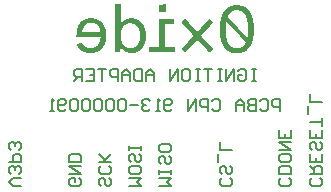
<source format=gbo>
G04*
G04 #@! TF.GenerationSoftware,Altium Limited,Altium Designer,25.9.0 (10)*
G04*
G04 Layer_Color=16777215*
%FSLAX44Y44*%
%MOMM*%
G71*
G04*
G04 #@! TF.SameCoordinates,A69B8269-B679-459B-B5DD-CBE35428100B*
G04*
G04*
G04 #@! TF.FilePolarity,Positive*
G04*
G01*
G75*
%ADD31C,0.2032*%
G36*
X191096Y186354D02*
X191189Y186314D01*
X191235Y186268D01*
X191301Y186149D01*
X191314Y180561D01*
X191301Y180428D01*
X191288Y180375D01*
X191261Y180309D01*
X191215Y180263D01*
X191096Y180197D01*
X185415Y180183D01*
X185362Y180197D01*
X185323Y180210D01*
X185270Y180223D01*
X185243Y180250D01*
X185217Y180263D01*
X185144Y180375D01*
X185131Y181554D01*
Y181567D01*
Y186096D01*
X185144Y186149D01*
X185184Y186241D01*
X185197Y186268D01*
X185243Y186301D01*
X185336Y186354D01*
X190963Y186367D01*
X191096Y186354D01*
D02*
G37*
G36*
X128252Y174675D02*
X129039Y174629D01*
X129278Y174602D01*
X129384Y174589D01*
X129589Y174569D01*
X129642Y174556D01*
X129821Y174536D01*
X129980Y174509D01*
X130152Y174483D01*
X130470Y174430D01*
X130522Y174417D01*
X130655Y174390D01*
X130708Y174377D01*
X130840Y174350D01*
X130893Y174337D01*
X131026Y174311D01*
X131112Y174291D01*
X131204Y174264D01*
X131310Y174238D01*
X131403Y174212D01*
X131509Y174185D01*
X131602Y174158D01*
X131708Y174132D01*
X132039Y174026D01*
X132469Y173887D01*
X132535Y173861D01*
X132853Y173741D01*
X132939Y173708D01*
X133032Y173669D01*
X133151Y173616D01*
X133244Y173576D01*
X133363Y173523D01*
X134250Y173086D01*
X134356Y173020D01*
X134634Y172861D01*
X134753Y172795D01*
X134846Y172728D01*
X134872Y172715D01*
X134965Y172649D01*
X134992Y172636D01*
X135071Y172583D01*
X135097Y172570D01*
X135190Y172503D01*
X135217Y172490D01*
X135356Y172391D01*
X135614Y172199D01*
X135640Y172185D01*
X135667Y172159D01*
X135693Y172146D01*
X135720Y172119D01*
X135746Y172106D01*
X135786Y172066D01*
X135813Y172053D01*
X135852Y172013D01*
X135879Y172000D01*
X135932Y171947D01*
X135958Y171934D01*
X135998Y171894D01*
X136024Y171881D01*
X136064Y171841D01*
X136091Y171828D01*
X136144Y171775D01*
X136170Y171762D01*
X136223Y171709D01*
X136250Y171696D01*
X136369Y171576D01*
X136395Y171563D01*
X136514Y171444D01*
X136541Y171431D01*
X136660Y171312D01*
X136686Y171298D01*
X136786Y171199D01*
X136799Y171173D01*
X137183Y170789D01*
X137196Y170762D01*
X137289Y170669D01*
X137302Y170643D01*
X137382Y170563D01*
X137395Y170537D01*
X137488Y170444D01*
X137501Y170418D01*
X137567Y170352D01*
X137580Y170325D01*
X137620Y170285D01*
X137633Y170259D01*
X137673Y170219D01*
X137686Y170193D01*
X137726Y170153D01*
X137739Y170126D01*
X137766Y170100D01*
X137779Y170074D01*
X137805Y170047D01*
X137838Y170001D01*
X137898Y169928D01*
X138322Y169345D01*
X138375Y169252D01*
X138441Y169160D01*
X138454Y169133D01*
X138507Y169054D01*
X138560Y168961D01*
X138626Y168869D01*
X138640Y168842D01*
X138706Y168736D01*
X138759Y168643D01*
X138825Y168524D01*
X138931Y168339D01*
X139302Y167611D01*
X139355Y167491D01*
X139394Y167399D01*
X139500Y167160D01*
X139533Y167088D01*
X139586Y166955D01*
X139626Y166849D01*
X139653Y166783D01*
X139692Y166677D01*
X139719Y166611D01*
X139759Y166505D01*
X139785Y166439D01*
X140030Y165717D01*
X140109Y165439D01*
X140123Y165386D01*
X140176Y165201D01*
X140196Y165128D01*
X140248Y164916D01*
X140262Y164850D01*
X140288Y164744D01*
X140301Y164678D01*
X140328Y164572D01*
X140341Y164505D01*
X140368Y164400D01*
X140407Y164201D01*
X140421Y164121D01*
X140434Y164055D01*
X140447Y163976D01*
X140473Y163843D01*
X140487Y163764D01*
X140500Y163698D01*
X140619Y162890D01*
X140632Y162771D01*
X140646Y162625D01*
X140685Y162228D01*
X140699Y162082D01*
X140718Y161665D01*
X140732Y161625D01*
X140745Y160910D01*
X140758Y160871D01*
X140752Y160123D01*
X140738Y159553D01*
X140712Y159024D01*
X140699Y158798D01*
X140646Y158163D01*
X140632Y158017D01*
X140619Y157898D01*
X140593Y157686D01*
X140579Y157567D01*
X140553Y157355D01*
X140540Y157236D01*
X140527Y157156D01*
X140473Y156812D01*
X140460Y156733D01*
X140434Y156560D01*
X140421Y156481D01*
X140354Y156150D01*
X140341Y156071D01*
X140275Y155740D01*
X140262Y155687D01*
X140248Y155620D01*
X140196Y155408D01*
X140176Y155322D01*
X140083Y154952D01*
X140056Y154859D01*
X140043Y154806D01*
X139911Y154343D01*
X139653Y153555D01*
X139613Y153449D01*
X139586Y153383D01*
X139547Y153277D01*
X139520Y153210D01*
X139480Y153104D01*
X139454Y153038D01*
X139421Y152952D01*
X139381Y152859D01*
X139328Y152740D01*
X139288Y152648D01*
X139183Y152409D01*
X138799Y151628D01*
X138693Y151443D01*
X138626Y151323D01*
X138573Y151231D01*
X138481Y151059D01*
X138414Y150966D01*
X138401Y150940D01*
X138348Y150860D01*
X138295Y150767D01*
X138229Y150675D01*
X138216Y150648D01*
X138163Y150569D01*
X138150Y150542D01*
X137819Y150079D01*
X137805Y150052D01*
X137779Y150026D01*
X137766Y149999D01*
X137739Y149973D01*
X137726Y149946D01*
X137686Y149907D01*
X137673Y149880D01*
X137633Y149840D01*
X137620Y149814D01*
X137580Y149774D01*
X137567Y149748D01*
X137527Y149708D01*
X137514Y149682D01*
X137474Y149642D01*
X137461Y149615D01*
X137421Y149576D01*
X137408Y149549D01*
X137368Y149509D01*
X137355Y149483D01*
X137276Y149403D01*
X137262Y149377D01*
X137156Y149271D01*
X137143Y149245D01*
X137037Y149139D01*
X137024Y149112D01*
X136918Y149006D01*
X136905Y148980D01*
X136713Y148788D01*
X136686Y148774D01*
X136355Y148443D01*
X136329Y148430D01*
X136250Y148351D01*
X136223Y148337D01*
X136144Y148258D01*
X136117Y148245D01*
X136024Y148152D01*
X135998Y148139D01*
X135965Y148106D01*
X135892Y148046D01*
X135846Y148013D01*
X135773Y147954D01*
X135534Y147768D01*
X135323Y147609D01*
X135296Y147596D01*
X135270Y147570D01*
X135243Y147556D01*
X135150Y147490D01*
X135124Y147477D01*
X135104Y147457D01*
X134945Y147351D01*
X134819Y147265D01*
X134793Y147252D01*
X134687Y147185D01*
X134661Y147172D01*
X134581Y147119D01*
X134555Y147106D01*
X134449Y147040D01*
X134422Y147027D01*
X134316Y146960D01*
X134144Y146868D01*
X133575Y146576D01*
X133158Y146384D01*
X132893Y146278D01*
X132787Y146239D01*
X132588Y146159D01*
X132482Y146120D01*
X132078Y145981D01*
X131747Y145875D01*
X131694Y145861D01*
X131602Y145835D01*
X131549Y145822D01*
X131456Y145795D01*
X131403Y145782D01*
X131310Y145755D01*
X131257Y145742D01*
X131185Y145722D01*
X131079Y145696D01*
X130946Y145669D01*
X130893Y145656D01*
X130761Y145630D01*
X130708Y145616D01*
X130642Y145603D01*
X130589Y145590D01*
X130456Y145563D01*
X130403Y145550D01*
X130278Y145530D01*
X130225Y145517D01*
X130132Y145504D01*
X130119D01*
X130072Y145497D01*
X129675Y145431D01*
X129569Y145418D01*
X129212Y145378D01*
X129106Y145365D01*
X128987Y145352D01*
X128655Y145325D01*
X128305Y145305D01*
X128265Y145292D01*
X127431Y145279D01*
X127391Y145266D01*
X127106Y145272D01*
X126590Y145285D01*
X126312Y145299D01*
X125941Y145325D01*
X125696Y145345D01*
X125643Y145358D01*
X125352Y145385D01*
X125299Y145398D01*
X125120Y145418D01*
X125014Y145431D01*
X124537Y145511D01*
X124074Y145603D01*
X123915Y145643D01*
X123829Y145663D01*
X123670Y145702D01*
X123577Y145729D01*
X123524Y145742D01*
X123432Y145769D01*
X123379Y145782D01*
X123286Y145808D01*
X123114Y145861D01*
X122902Y145928D01*
X122829Y145947D01*
X122564Y146040D01*
X122419Y146093D01*
X122286Y146146D01*
X122200Y146179D01*
X122068Y146232D01*
X121949Y146285D01*
X121763Y146365D01*
X121035Y146722D01*
X120889Y146802D01*
X120797Y146854D01*
X120625Y146947D01*
X120479Y147040D01*
X120452Y147053D01*
X120373Y147106D01*
X120346Y147119D01*
X120267Y147172D01*
X120174Y147225D01*
X120082Y147291D01*
X120055Y147305D01*
X119684Y147570D01*
X119658Y147583D01*
X119631Y147609D01*
X119605Y147622D01*
X119578Y147649D01*
X119552Y147662D01*
X119525Y147689D01*
X119499Y147702D01*
X119473Y147728D01*
X119446Y147742D01*
X119406Y147781D01*
X119380Y147795D01*
X119353Y147821D01*
X119327Y147834D01*
X119300Y147861D01*
X119274Y147874D01*
X119234Y147914D01*
X119208Y147927D01*
X119155Y147980D01*
X119128Y147993D01*
X119075Y148046D01*
X119049Y148060D01*
X118996Y148112D01*
X118969Y148126D01*
X118916Y148179D01*
X118890Y148192D01*
X118797Y148285D01*
X118771Y148298D01*
X118691Y148377D01*
X118665Y148391D01*
X118519Y148536D01*
X118493Y148549D01*
X117890Y149152D01*
X117877Y149178D01*
X117718Y149337D01*
X117705Y149364D01*
X117625Y149443D01*
X117612Y149470D01*
X117519Y149562D01*
X117506Y149589D01*
X117427Y149668D01*
X117413Y149695D01*
X117360Y149748D01*
X117347Y149774D01*
X117294Y149827D01*
X117281Y149854D01*
X117241Y149893D01*
X117228Y149920D01*
X117175Y149973D01*
X117162Y149999D01*
X117135Y150026D01*
X117102Y150072D01*
X117043Y150145D01*
X117009Y150191D01*
X116950Y150264D01*
X116857Y150383D01*
X116824Y150430D01*
X116698Y150595D01*
X116685Y150622D01*
X116659Y150648D01*
X116645Y150675D01*
X116619Y150701D01*
X116606Y150728D01*
X116579Y150754D01*
X116566Y150781D01*
X116433Y150966D01*
X116420Y150992D01*
X116394Y151019D01*
X116381Y151045D01*
X116314Y151138D01*
X116301Y151165D01*
X116235Y151257D01*
X116222Y151284D01*
X116155Y151376D01*
X116142Y151403D01*
X116076Y151496D01*
X116063Y151522D01*
X116010Y151602D01*
X115997Y151628D01*
X115944Y151707D01*
X115930Y151734D01*
X115877Y151813D01*
X115864Y151840D01*
X115811Y151919D01*
X115745Y152039D01*
X115732Y152197D01*
X115758Y152290D01*
X115811Y152370D01*
X115884Y152429D01*
X116255Y152641D01*
X116374Y152707D01*
X116652Y152866D01*
X116771Y152932D01*
X117049Y153091D01*
X117168Y153158D01*
X117446Y153316D01*
X117566Y153383D01*
X117844Y153541D01*
X117963Y153608D01*
X118241Y153767D01*
X118360Y153833D01*
X118638Y153992D01*
X118757Y154058D01*
X119036Y154217D01*
X119155Y154283D01*
X119406Y154415D01*
X119525Y154429D01*
X119578Y154415D01*
X119671Y154376D01*
X119698Y154362D01*
X119724Y154336D01*
X119837Y154170D01*
X119850Y154144D01*
X119916Y154038D01*
X119929Y154011D01*
X119982Y153932D01*
X119995Y153906D01*
X120088Y153760D01*
X120101Y153734D01*
X120168Y153641D01*
X120181Y153614D01*
X120247Y153522D01*
X120260Y153495D01*
X120459Y153217D01*
X120472Y153190D01*
X120499Y153164D01*
X120512Y153138D01*
X120538Y153111D01*
X120552Y153085D01*
X120578Y153058D01*
X120591Y153032D01*
X120618Y153005D01*
X120631Y152979D01*
X120658Y152952D01*
X120671Y152926D01*
X120697Y152899D01*
X120710Y152873D01*
X120750Y152833D01*
X120764Y152807D01*
X120803Y152767D01*
X120816Y152740D01*
X120856Y152701D01*
X120869Y152674D01*
X120922Y152621D01*
X120936Y152595D01*
X121002Y152528D01*
X121015Y152502D01*
X121081Y152436D01*
X121095Y152409D01*
X121187Y152317D01*
X121201Y152290D01*
X121373Y152118D01*
X121386Y152092D01*
X121710Y151767D01*
X121737Y151754D01*
X121869Y151621D01*
X121896Y151608D01*
X121975Y151529D01*
X122002Y151516D01*
X122081Y151436D01*
X122107Y151423D01*
X122161Y151370D01*
X122187Y151357D01*
X122227Y151317D01*
X122253Y151304D01*
X122280Y151277D01*
X122399Y151185D01*
X122796Y150893D01*
X122823Y150880D01*
X122915Y150814D01*
X122942Y150801D01*
X123034Y150734D01*
X123061Y150721D01*
X123167Y150655D01*
X123193Y150642D01*
X123299Y150575D01*
X123418Y150509D01*
X123908Y150258D01*
X124080Y150178D01*
X124173Y150138D01*
X124286Y150092D01*
X124352Y150066D01*
X124564Y149986D01*
X124928Y149860D01*
X125113Y149807D01*
X125186Y149788D01*
X125557Y149695D01*
X125888Y149629D01*
X126047Y149602D01*
X126219Y149576D01*
X126398Y149556D01*
X126438Y149543D01*
X126676Y149529D01*
X126716Y149516D01*
X127073Y149503D01*
X127113Y149490D01*
X127887Y149496D01*
X128152Y149509D01*
X128324Y149523D01*
X128470Y149536D01*
X128662Y149556D01*
X128715Y149569D01*
X128894Y149589D01*
X129132Y149629D01*
X129198Y149642D01*
X129278Y149655D01*
X129344Y149668D01*
X129397Y149682D01*
X129463Y149695D01*
X129549Y149715D01*
X129761Y149768D01*
X129854Y149794D01*
X129907Y149807D01*
X130039Y149847D01*
X130470Y149986D01*
X130556Y150019D01*
X130820Y150125D01*
X130913Y150165D01*
X131430Y150416D01*
X131628Y150522D01*
X131734Y150589D01*
X131761Y150602D01*
X131906Y150695D01*
X131999Y150747D01*
X132370Y151012D01*
X132396Y151026D01*
X132436Y151065D01*
X132462Y151079D01*
X132502Y151118D01*
X132529Y151131D01*
X132555Y151158D01*
X132582Y151171D01*
X132621Y151211D01*
X132648Y151224D01*
X132688Y151264D01*
X132714Y151277D01*
X132807Y151370D01*
X132833Y151383D01*
X132926Y151476D01*
X132952Y151489D01*
X133409Y151946D01*
X133422Y151972D01*
X133555Y152105D01*
X133568Y152131D01*
X133621Y152184D01*
X133634Y152211D01*
X133687Y152264D01*
X133701Y152290D01*
X133740Y152330D01*
X133753Y152356D01*
X133780Y152383D01*
X133873Y152502D01*
X133906Y152548D01*
X134031Y152714D01*
X134045Y152740D01*
X134065Y152760D01*
X134171Y152919D01*
X134349Y153190D01*
X134362Y153217D01*
X134429Y153323D01*
X134442Y153350D01*
X134508Y153455D01*
X134588Y153601D01*
X134786Y153985D01*
X134905Y154237D01*
X135025Y154515D01*
X135071Y154627D01*
X135190Y154945D01*
X135342Y155389D01*
X135395Y155561D01*
X135409Y155614D01*
X135435Y155706D01*
X135448Y155759D01*
X135475Y155852D01*
X135495Y155925D01*
X135508Y155991D01*
X135534Y156097D01*
X135548Y156163D01*
X135587Y156322D01*
X135654Y156653D01*
X135667Y156733D01*
X135680Y156799D01*
X135693Y156878D01*
X135733Y157143D01*
X135759Y157315D01*
X135813Y157792D01*
X135832Y158116D01*
X135846Y158156D01*
X135859Y158686D01*
X135872Y158739D01*
X115493Y158752D01*
X115500Y161937D01*
X115513Y162268D01*
X115527Y162506D01*
X115540Y162718D01*
X115553Y162903D01*
X115579Y163195D01*
X115593Y163327D01*
X115639Y163744D01*
X115652Y163797D01*
X115699Y164161D01*
X115725Y164320D01*
X115752Y164492D01*
X115765Y164558D01*
X115778Y164638D01*
X115791Y164704D01*
X115805Y164783D01*
X115884Y165181D01*
X115897Y165234D01*
X115911Y165300D01*
X115924Y165353D01*
X115937Y165419D01*
X115990Y165631D01*
X116010Y165717D01*
X116036Y165810D01*
X116076Y165969D01*
X116182Y166339D01*
X116235Y166511D01*
X116427Y167101D01*
X116480Y167246D01*
X116520Y167352D01*
X116553Y167439D01*
X116659Y167703D01*
X116818Y168074D01*
X116897Y168246D01*
X117082Y168630D01*
X117228Y168908D01*
X117308Y169054D01*
X117400Y169226D01*
X117466Y169332D01*
X117480Y169359D01*
X117546Y169464D01*
X117559Y169491D01*
X117612Y169570D01*
X117625Y169597D01*
X117678Y169676D01*
X117731Y169769D01*
X117797Y169862D01*
X117811Y169888D01*
X118076Y170259D01*
X118089Y170285D01*
X118115Y170312D01*
X118128Y170338D01*
X118155Y170365D01*
X118168Y170391D01*
X118195Y170418D01*
X118208Y170444D01*
X118234Y170471D01*
X118248Y170497D01*
X118287Y170537D01*
X118301Y170563D01*
X118327Y170590D01*
X118340Y170616D01*
X118393Y170669D01*
X118406Y170696D01*
X118446Y170736D01*
X118460Y170762D01*
X118499Y170802D01*
X118512Y170828D01*
X118579Y170895D01*
X118592Y170921D01*
X118671Y171000D01*
X118685Y171027D01*
X118777Y171120D01*
X118791Y171146D01*
X118923Y171278D01*
X118936Y171305D01*
X119340Y171709D01*
X119367Y171722D01*
X119525Y171881D01*
X119552Y171894D01*
X119631Y171974D01*
X119658Y171987D01*
X119737Y172066D01*
X119764Y172080D01*
X119817Y172133D01*
X119843Y172146D01*
X119883Y172185D01*
X119909Y172199D01*
X119949Y172239D01*
X119995Y172272D01*
X120234Y172457D01*
X120492Y172649D01*
X120519Y172662D01*
X120704Y172795D01*
X120797Y172848D01*
X120889Y172914D01*
X120916Y172927D01*
X120995Y172980D01*
X121022Y172993D01*
X121128Y173060D01*
X121154Y173073D01*
X121260Y173139D01*
X121353Y173192D01*
X121472Y173258D01*
X121882Y173470D01*
X122134Y173589D01*
X122280Y173655D01*
X122399Y173708D01*
X122531Y173761D01*
X122644Y173808D01*
X122962Y173927D01*
X123226Y174020D01*
X123313Y174053D01*
X123524Y174119D01*
X123657Y174158D01*
X123842Y174212D01*
X123915Y174231D01*
X124286Y174324D01*
X124352Y174337D01*
X124405Y174350D01*
X124471Y174364D01*
X124524Y174377D01*
X124590Y174390D01*
X124643Y174403D01*
X124710Y174417D01*
X124789Y174430D01*
X124988Y174470D01*
X125160Y174496D01*
X125239Y174509D01*
X125689Y174576D01*
X126047Y174615D01*
X126332Y174635D01*
X126371Y174648D01*
X126729Y174662D01*
X126769Y174675D01*
X127642Y174688D01*
X128252Y174675D01*
D02*
G37*
G36*
X197491Y174000D02*
X197584Y173960D01*
X197611Y173947D01*
X197631Y173927D01*
X197697Y173808D01*
X197710Y170299D01*
X197697Y170206D01*
X197657Y170113D01*
X197597Y170054D01*
X197505Y169987D01*
X190142Y169974D01*
X190136Y158262D01*
Y158249D01*
Y149999D01*
X198524Y149993D01*
X198617Y149979D01*
X198710Y149940D01*
X198756Y149893D01*
X198822Y149774D01*
X198836Y146278D01*
X198822Y146186D01*
X198809Y146133D01*
X198783Y146067D01*
X198736Y146020D01*
X198617Y145954D01*
X177047Y145941D01*
X176954Y145954D01*
X176901Y145967D01*
X176835Y145994D01*
X176775Y146053D01*
X176722Y146146D01*
X176709Y149708D01*
X176722Y149761D01*
X176762Y149854D01*
X176802Y149893D01*
X176927Y149979D01*
X185349Y149993D01*
X185356Y173741D01*
X185369Y173794D01*
X185395Y173861D01*
X185435Y173900D01*
X185448Y173927D01*
X185561Y174000D01*
X197439Y174013D01*
X197491Y174000D01*
D02*
G37*
G36*
X207542Y174119D02*
X207595Y174105D01*
X207661Y174079D01*
X207866Y173874D01*
X207880Y173847D01*
X208038Y173689D01*
X208052Y173662D01*
X208197Y173516D01*
X208211Y173490D01*
X208369Y173331D01*
X208383Y173304D01*
X208542Y173146D01*
X208555Y173119D01*
X208714Y172960D01*
X208727Y172934D01*
X208886Y172775D01*
X208899Y172748D01*
X209045Y172603D01*
X209058Y172576D01*
X209217Y172417D01*
X209230Y172391D01*
X209389Y172232D01*
X209402Y172205D01*
X209561Y172047D01*
X209574Y172020D01*
X209733Y171861D01*
X209746Y171835D01*
X209892Y171689D01*
X209905Y171663D01*
X210064Y171504D01*
X210078Y171477D01*
X210236Y171318D01*
X210250Y171292D01*
X210409Y171133D01*
X210422Y171106D01*
X210581Y170947D01*
X210594Y170921D01*
X210740Y170775D01*
X210753Y170749D01*
X210912Y170590D01*
X210925Y170563D01*
X211084Y170404D01*
X211097Y170378D01*
X211256Y170219D01*
X211269Y170193D01*
X211428Y170034D01*
X211441Y170007D01*
X211587Y169862D01*
X211600Y169835D01*
X211759Y169676D01*
X211772Y169650D01*
X211931Y169491D01*
X211945Y169464D01*
X212104Y169305D01*
X212117Y169279D01*
X212276Y169120D01*
X212289Y169094D01*
X212448Y168935D01*
X212461Y168908D01*
X212607Y168763D01*
X212620Y168736D01*
X212779Y168577D01*
X212792Y168551D01*
X212951Y168392D01*
X212964Y168365D01*
X213123Y168206D01*
X213136Y168180D01*
X213295Y168021D01*
X213309Y167995D01*
X213454Y167849D01*
X213467Y167822D01*
X213626Y167663D01*
X213640Y167637D01*
X213799Y167478D01*
X213812Y167452D01*
X213971Y167293D01*
X213984Y167266D01*
X214143Y167107D01*
X214156Y167081D01*
X214302Y166935D01*
X214315Y166909D01*
X214474Y166750D01*
X214487Y166723D01*
X214646Y166565D01*
X214659Y166538D01*
X214818Y166379D01*
X214831Y166353D01*
X214990Y166194D01*
X215004Y166167D01*
X215149Y166022D01*
X215162Y165995D01*
X215321Y165836D01*
X215334Y165810D01*
X215493Y165651D01*
X215507Y165624D01*
X215665Y165466D01*
X215679Y165439D01*
X215838Y165280D01*
X215851Y165254D01*
X215996Y165108D01*
X216010Y165082D01*
X216169Y164923D01*
X216182Y164896D01*
X216341Y164737D01*
X216354Y164711D01*
X216513Y164552D01*
X216526Y164525D01*
X216685Y164366D01*
X216698Y164340D01*
X216857Y164181D01*
X216870Y164154D01*
X217016Y164009D01*
X217029Y163982D01*
X217188Y163824D01*
X217201Y163797D01*
X217360Y163638D01*
X217374Y163612D01*
X217533Y163453D01*
X217546Y163426D01*
X217705Y163267D01*
X217718Y163241D01*
X217751Y163208D01*
X217778Y163195D01*
X217943Y163360D01*
X217956Y163386D01*
X218115Y163545D01*
X218128Y163572D01*
X218287Y163731D01*
X218301Y163757D01*
X218473Y163929D01*
X218486Y163956D01*
X218645Y164115D01*
X218658Y164141D01*
X218817Y164300D01*
X218830Y164327D01*
X219002Y164499D01*
X219016Y164525D01*
X219174Y164684D01*
X219188Y164711D01*
X219347Y164870D01*
X219360Y164896D01*
X219519Y165055D01*
X219532Y165082D01*
X219704Y165254D01*
X219717Y165280D01*
X219876Y165439D01*
X219890Y165466D01*
X220049Y165624D01*
X220062Y165651D01*
X220234Y165823D01*
X220247Y165849D01*
X220406Y166008D01*
X220419Y166035D01*
X220578Y166194D01*
X220591Y166220D01*
X220763Y166392D01*
X220777Y166419D01*
X220936Y166578D01*
X220949Y166604D01*
X221108Y166763D01*
X221121Y166790D01*
X221293Y166962D01*
X221306Y166988D01*
X221465Y167147D01*
X221479Y167174D01*
X221637Y167332D01*
X221651Y167359D01*
X221823Y167531D01*
X221836Y167558D01*
X221995Y167717D01*
X222008Y167743D01*
X222167Y167902D01*
X222180Y167928D01*
X222353Y168100D01*
X222366Y168127D01*
X222525Y168286D01*
X222538Y168312D01*
X222697Y168471D01*
X222710Y168498D01*
X222882Y168670D01*
X222895Y168696D01*
X223054Y168855D01*
X223067Y168882D01*
X223226Y169041D01*
X223240Y169067D01*
X223412Y169239D01*
X223425Y169266D01*
X223584Y169425D01*
X223597Y169451D01*
X223756Y169610D01*
X223769Y169636D01*
X223941Y169809D01*
X223955Y169835D01*
X224114Y169994D01*
X224127Y170021D01*
X224286Y170179D01*
X224299Y170206D01*
X224458Y170365D01*
X224471Y170391D01*
X224643Y170563D01*
X224657Y170590D01*
X224815Y170749D01*
X224829Y170775D01*
X224988Y170934D01*
X225001Y170961D01*
X225173Y171133D01*
X225186Y171159D01*
X225345Y171318D01*
X225358Y171345D01*
X225517Y171504D01*
X225530Y171530D01*
X225703Y171702D01*
X225716Y171729D01*
X225875Y171888D01*
X225888Y171914D01*
X226047Y172073D01*
X226060Y172099D01*
X226232Y172272D01*
X226245Y172298D01*
X226404Y172457D01*
X226418Y172484D01*
X226576Y172642D01*
X226590Y172669D01*
X226762Y172841D01*
X226775Y172868D01*
X226934Y173026D01*
X226947Y173053D01*
X227106Y173212D01*
X227119Y173238D01*
X227292Y173410D01*
X227305Y173437D01*
X227464Y173596D01*
X227477Y173622D01*
X227636Y173781D01*
X227649Y173808D01*
X227821Y173980D01*
X227834Y174006D01*
X227854Y174026D01*
X227947Y174092D01*
X227993Y174112D01*
X228073Y174125D01*
X228159Y174119D01*
X228212Y174105D01*
X228278Y174079D01*
X228305Y174066D01*
X228331Y174039D01*
X228358Y174026D01*
X228543Y173841D01*
X228569Y173827D01*
X228755Y173642D01*
X228781Y173629D01*
X228980Y173430D01*
X229006Y173417D01*
X229192Y173232D01*
X229218Y173218D01*
X229417Y173020D01*
X229443Y173006D01*
X229629Y172821D01*
X229655Y172808D01*
X229841Y172623D01*
X229867Y172609D01*
X230066Y172411D01*
X230092Y172397D01*
X230278Y172212D01*
X230304Y172199D01*
X230489Y172013D01*
X230516Y172000D01*
X230714Y171801D01*
X230741Y171788D01*
X230926Y171603D01*
X230953Y171590D01*
X231118Y171424D01*
X231152Y171378D01*
X231178Y171312D01*
X231191Y171245D01*
X231185Y171133D01*
X231132Y171014D01*
X231118Y170987D01*
X230999Y170868D01*
X230986Y170842D01*
X230787Y170643D01*
X230774Y170616D01*
X230589Y170431D01*
X230576Y170404D01*
X230390Y170219D01*
X230377Y170193D01*
X230178Y169994D01*
X230165Y169968D01*
X229980Y169782D01*
X229966Y169756D01*
X229781Y169570D01*
X229768Y169544D01*
X229569Y169345D01*
X229556Y169319D01*
X229370Y169133D01*
X229357Y169107D01*
X229159Y168908D01*
X229145Y168882D01*
X228960Y168696D01*
X228947Y168670D01*
X228761Y168484D01*
X228748Y168458D01*
X228549Y168259D01*
X228536Y168233D01*
X228351Y168048D01*
X228338Y168021D01*
X228152Y167836D01*
X228139Y167809D01*
X227940Y167611D01*
X227927Y167584D01*
X227742Y167399D01*
X227729Y167372D01*
X227543Y167187D01*
X227530Y167160D01*
X227331Y166962D01*
X227318Y166935D01*
X227133Y166750D01*
X227119Y166723D01*
X226934Y166538D01*
X226921Y166511D01*
X226722Y166313D01*
X226709Y166286D01*
X226524Y166101D01*
X226510Y166075D01*
X226325Y165889D01*
X226312Y165863D01*
X226113Y165664D01*
X226100Y165638D01*
X225914Y165452D01*
X225901Y165426D01*
X225716Y165240D01*
X225703Y165214D01*
X225504Y165015D01*
X225491Y164989D01*
X225305Y164803D01*
X225292Y164777D01*
X225093Y164578D01*
X225080Y164552D01*
X224895Y164366D01*
X224882Y164340D01*
X224696Y164154D01*
X224683Y164128D01*
X224484Y163929D01*
X224471Y163903D01*
X224286Y163718D01*
X224272Y163691D01*
X224087Y163506D01*
X224074Y163479D01*
X223875Y163281D01*
X223862Y163254D01*
X223677Y163069D01*
X223663Y163042D01*
X223478Y162857D01*
X223465Y162830D01*
X223266Y162632D01*
X223253Y162605D01*
X223067Y162420D01*
X223054Y162393D01*
X222869Y162208D01*
X222856Y162182D01*
X222657Y161983D01*
X222644Y161956D01*
X222458Y161771D01*
X222445Y161745D01*
X222260Y161559D01*
X222246Y161533D01*
X222048Y161334D01*
X222035Y161308D01*
X221849Y161122D01*
X221836Y161096D01*
X221637Y160897D01*
X221624Y160871D01*
X221439Y160685D01*
X221426Y160659D01*
X221240Y160473D01*
X221227Y160447D01*
X221028Y160248D01*
X221015Y160222D01*
X220863Y160070D01*
X220803Y159997D01*
X220790Y159970D01*
X220936Y159825D01*
X220949Y159798D01*
X221134Y159613D01*
X221147Y159586D01*
X221333Y159401D01*
X221346Y159374D01*
X221545Y159176D01*
X221558Y159149D01*
X221743Y158964D01*
X221757Y158937D01*
X221942Y158752D01*
X221955Y158726D01*
X222154Y158527D01*
X222167Y158500D01*
X222353Y158315D01*
X222366Y158289D01*
X222551Y158103D01*
X222564Y158077D01*
X222763Y157878D01*
X222776Y157852D01*
X222962Y157666D01*
X222975Y157640D01*
X223174Y157441D01*
X223187Y157415D01*
X223372Y157229D01*
X223385Y157203D01*
X223571Y157017D01*
X223584Y156991D01*
X223783Y156792D01*
X223796Y156766D01*
X223981Y156580D01*
X223994Y156554D01*
X224180Y156369D01*
X224193Y156342D01*
X224392Y156143D01*
X224405Y156117D01*
X224590Y155932D01*
X224604Y155905D01*
X224789Y155720D01*
X224802Y155693D01*
X225001Y155495D01*
X225014Y155468D01*
X225199Y155283D01*
X225213Y155256D01*
X225398Y155071D01*
X225411Y155044D01*
X225610Y154846D01*
X225623Y154819D01*
X225809Y154634D01*
X225822Y154607D01*
X226007Y154422D01*
X226020Y154396D01*
X226219Y154197D01*
X226232Y154170D01*
X226418Y153985D01*
X226431Y153959D01*
X226630Y153760D01*
X226643Y153734D01*
X226828Y153548D01*
X226841Y153522D01*
X227027Y153336D01*
X227040Y153310D01*
X227239Y153111D01*
X227252Y153085D01*
X227437Y152899D01*
X227451Y152873D01*
X227636Y152687D01*
X227649Y152661D01*
X227848Y152462D01*
X227861Y152436D01*
X228046Y152250D01*
X228060Y152224D01*
X228245Y152039D01*
X228258Y152012D01*
X228457Y151813D01*
X228470Y151787D01*
X228655Y151602D01*
X228669Y151575D01*
X228854Y151390D01*
X228867Y151363D01*
X229066Y151165D01*
X229079Y151138D01*
X229265Y150953D01*
X229278Y150926D01*
X229463Y150741D01*
X229476Y150714D01*
X229675Y150516D01*
X229688Y150489D01*
X229874Y150304D01*
X229887Y150277D01*
X230072Y150092D01*
X230086Y150066D01*
X230284Y149867D01*
X230297Y149840D01*
X230483Y149655D01*
X230496Y149629D01*
X230695Y149430D01*
X230708Y149403D01*
X230893Y149218D01*
X230907Y149192D01*
X231059Y149039D01*
X231118Y148967D01*
X231171Y148874D01*
X231185Y148794D01*
X231198Y148755D01*
X231185Y148688D01*
X231171Y148636D01*
X231132Y148543D01*
X231085Y148497D01*
X231059Y148483D01*
X230873Y148298D01*
X230847Y148285D01*
X230662Y148099D01*
X230635Y148086D01*
X230436Y147887D01*
X230410Y147874D01*
X230225Y147689D01*
X230198Y147676D01*
X230013Y147490D01*
X229986Y147477D01*
X229788Y147278D01*
X229761Y147265D01*
X229576Y147080D01*
X229549Y147066D01*
X229351Y146868D01*
X229324Y146854D01*
X229139Y146669D01*
X229112Y146656D01*
X228927Y146470D01*
X228900Y146457D01*
X228702Y146259D01*
X228675Y146245D01*
X228490Y146060D01*
X228463Y146047D01*
X228331Y145914D01*
X228212Y145848D01*
X228093Y145835D01*
X228000Y145848D01*
X227907Y145888D01*
X227768Y146027D01*
X227755Y146053D01*
X227583Y146226D01*
X227570Y146252D01*
X227411Y146411D01*
X227397Y146437D01*
X227239Y146596D01*
X227225Y146623D01*
X227066Y146782D01*
X227053Y146808D01*
X226881Y146980D01*
X226868Y147007D01*
X226709Y147166D01*
X226696Y147192D01*
X226537Y147351D01*
X226524Y147378D01*
X226351Y147550D01*
X226338Y147576D01*
X226179Y147735D01*
X226166Y147761D01*
X226007Y147920D01*
X225994Y147947D01*
X225822Y148119D01*
X225809Y148146D01*
X225650Y148304D01*
X225636Y148331D01*
X225478Y148490D01*
X225464Y148516D01*
X225292Y148688D01*
X225279Y148715D01*
X225120Y148874D01*
X225107Y148900D01*
X224948Y149059D01*
X224935Y149086D01*
X224776Y149245D01*
X224762Y149271D01*
X224590Y149443D01*
X224577Y149470D01*
X224418Y149629D01*
X224405Y149655D01*
X224246Y149814D01*
X224233Y149840D01*
X224061Y150013D01*
X224047Y150039D01*
X223888Y150198D01*
X223875Y150225D01*
X223716Y150383D01*
X223703Y150410D01*
X223531Y150582D01*
X223518Y150609D01*
X223359Y150767D01*
X223346Y150794D01*
X223187Y150953D01*
X223174Y150979D01*
X223001Y151151D01*
X222988Y151178D01*
X222829Y151337D01*
X222816Y151363D01*
X222657Y151522D01*
X222644Y151549D01*
X222485Y151707D01*
X222472Y151734D01*
X222299Y151906D01*
X222286Y151933D01*
X222127Y152092D01*
X222114Y152118D01*
X221955Y152277D01*
X221942Y152303D01*
X221770Y152476D01*
X221757Y152502D01*
X221598Y152661D01*
X221584Y152687D01*
X221426Y152846D01*
X221412Y152873D01*
X221240Y153045D01*
X221227Y153071D01*
X221068Y153230D01*
X221055Y153257D01*
X220896Y153416D01*
X220883Y153442D01*
X220711Y153614D01*
X220697Y153641D01*
X220538Y153800D01*
X220525Y153826D01*
X220366Y153985D01*
X220353Y154011D01*
X220194Y154170D01*
X220181Y154197D01*
X220009Y154369D01*
X219995Y154396D01*
X219837Y154554D01*
X219823Y154581D01*
X219664Y154740D01*
X219651Y154766D01*
X219479Y154938D01*
X219466Y154965D01*
X219307Y155124D01*
X219294Y155150D01*
X219135Y155309D01*
X219122Y155336D01*
X218949Y155508D01*
X218936Y155534D01*
X218777Y155693D01*
X218764Y155720D01*
X218605Y155879D01*
X218592Y155905D01*
X218420Y156077D01*
X218407Y156104D01*
X218248Y156263D01*
X218234Y156289D01*
X218076Y156448D01*
X218062Y156475D01*
X217903Y156633D01*
X217890Y156660D01*
X217778Y156772D01*
X217625Y156620D01*
X217612Y156594D01*
X217453Y156435D01*
X217440Y156408D01*
X217281Y156249D01*
X217268Y156223D01*
X217109Y156064D01*
X217096Y156038D01*
X216937Y155879D01*
X216924Y155852D01*
X216778Y155706D01*
X216765Y155680D01*
X216606Y155521D01*
X216592Y155495D01*
X216434Y155336D01*
X216420Y155309D01*
X216261Y155150D01*
X216248Y155124D01*
X216089Y154965D01*
X216076Y154938D01*
X215930Y154793D01*
X215917Y154766D01*
X215758Y154607D01*
X215745Y154581D01*
X215586Y154422D01*
X215573Y154396D01*
X215414Y154237D01*
X215401Y154210D01*
X215242Y154051D01*
X215229Y154025D01*
X215083Y153879D01*
X215070Y153853D01*
X214911Y153694D01*
X214897Y153667D01*
X214739Y153508D01*
X214725Y153482D01*
X214566Y153323D01*
X214553Y153296D01*
X214394Y153138D01*
X214381Y153111D01*
X214235Y152965D01*
X214222Y152939D01*
X214063Y152780D01*
X214050Y152754D01*
X213891Y152595D01*
X213878Y152568D01*
X213719Y152409D01*
X213706Y152383D01*
X213560Y152237D01*
X213547Y152211D01*
X213388Y152052D01*
X213375Y152025D01*
X213216Y151866D01*
X213203Y151840D01*
X213044Y151681D01*
X213030Y151655D01*
X212872Y151496D01*
X212858Y151469D01*
X212713Y151323D01*
X212699Y151297D01*
X212540Y151138D01*
X212527Y151112D01*
X212368Y150953D01*
X212355Y150926D01*
X212196Y150767D01*
X212183Y150741D01*
X212024Y150582D01*
X212011Y150555D01*
X211865Y150410D01*
X211852Y150383D01*
X211693Y150225D01*
X211680Y150198D01*
X211521Y150039D01*
X211508Y150013D01*
X211349Y149854D01*
X211336Y149827D01*
X211177Y149668D01*
X211163Y149642D01*
X211018Y149496D01*
X211005Y149470D01*
X210846Y149311D01*
X210832Y149284D01*
X210674Y149125D01*
X210660Y149099D01*
X210501Y148940D01*
X210488Y148913D01*
X210329Y148755D01*
X210316Y148728D01*
X210170Y148582D01*
X210157Y148556D01*
X209998Y148397D01*
X209985Y148371D01*
X209826Y148212D01*
X209813Y148185D01*
X209654Y148026D01*
X209641Y148000D01*
X209482Y147841D01*
X209468Y147815D01*
X209323Y147669D01*
X209310Y147642D01*
X209151Y147484D01*
X209137Y147457D01*
X208979Y147298D01*
X208965Y147272D01*
X208806Y147113D01*
X208793Y147086D01*
X208634Y146927D01*
X208621Y146901D01*
X208475Y146755D01*
X208462Y146729D01*
X208303Y146570D01*
X208290Y146543D01*
X208131Y146384D01*
X208118Y146358D01*
X207959Y146199D01*
X207946Y146173D01*
X207787Y146014D01*
X207774Y145987D01*
X207687Y145901D01*
X207595Y145848D01*
X207476Y145835D01*
X207383Y145848D01*
X207290Y145888D01*
X207264Y145901D01*
X207184Y145981D01*
X207158Y145994D01*
X206973Y146179D01*
X206946Y146192D01*
X206747Y146391D01*
X206721Y146404D01*
X206535Y146590D01*
X206509Y146603D01*
X206310Y146802D01*
X206284Y146815D01*
X206098Y147000D01*
X206072Y147013D01*
X205887Y147199D01*
X205860Y147212D01*
X205662Y147411D01*
X205635Y147424D01*
X205542Y147517D01*
X205536Y147523D01*
X205450Y147609D01*
X205423Y147622D01*
X205238Y147808D01*
X205211Y147821D01*
X205013Y148020D01*
X204986Y148033D01*
X204801Y148218D01*
X204774Y148232D01*
X204576Y148430D01*
X204549Y148443D01*
X204463Y148530D01*
X204450Y148556D01*
X204430Y148576D01*
X204404Y148642D01*
X204384Y148741D01*
X204397Y148834D01*
X204450Y148953D01*
X204463Y148980D01*
X204609Y149125D01*
X204622Y149152D01*
X204807Y149337D01*
X204821Y149364D01*
X205019Y149562D01*
X205033Y149589D01*
X205218Y149774D01*
X205231Y149801D01*
X205417Y149986D01*
X205430Y150013D01*
X205628Y150211D01*
X205642Y150238D01*
X205827Y150423D01*
X205840Y150450D01*
X206026Y150635D01*
X206039Y150661D01*
X206238Y150860D01*
X206251Y150886D01*
X206436Y151072D01*
X206449Y151098D01*
X206648Y151297D01*
X206661Y151323D01*
X206847Y151509D01*
X206860Y151535D01*
X207045Y151721D01*
X207059Y151747D01*
X207257Y151946D01*
X207270Y151972D01*
X207456Y152158D01*
X207469Y152184D01*
X207654Y152370D01*
X207668Y152396D01*
X207866Y152595D01*
X207880Y152621D01*
X208065Y152807D01*
X208078Y152833D01*
X208263Y153018D01*
X208277Y153045D01*
X208475Y153244D01*
X208489Y153270D01*
X208674Y153455D01*
X208687Y153482D01*
X208873Y153667D01*
X208886Y153694D01*
X209084Y153892D01*
X209098Y153919D01*
X209283Y154104D01*
X209296Y154131D01*
X209482Y154316D01*
X209495Y154343D01*
X209694Y154541D01*
X209707Y154568D01*
X209892Y154753D01*
X209905Y154780D01*
X210104Y154978D01*
X210117Y155005D01*
X210303Y155190D01*
X210316Y155217D01*
X210501Y155402D01*
X210515Y155428D01*
X210713Y155627D01*
X210726Y155653D01*
X210912Y155839D01*
X210925Y155865D01*
X211110Y156051D01*
X211124Y156077D01*
X211322Y156276D01*
X211336Y156302D01*
X211521Y156488D01*
X211534Y156514D01*
X211719Y156700D01*
X211733Y156726D01*
X211931Y156925D01*
X211945Y156951D01*
X212130Y157136D01*
X212143Y157163D01*
X212329Y157348D01*
X212342Y157375D01*
X212540Y157573D01*
X212554Y157600D01*
X212739Y157785D01*
X212752Y157812D01*
X212938Y157997D01*
X212951Y158024D01*
X213150Y158222D01*
X213163Y158249D01*
X213348Y158434D01*
X213361Y158461D01*
X213547Y158646D01*
X213560Y158673D01*
X213759Y158871D01*
X213772Y158898D01*
X213957Y159083D01*
X213971Y159109D01*
X214169Y159308D01*
X214182Y159335D01*
X214368Y159520D01*
X214381Y159546D01*
X214566Y159732D01*
X214580Y159758D01*
X214778Y159957D01*
X214792Y159984D01*
X214725Y160050D01*
X214712Y160076D01*
X214513Y160275D01*
X214500Y160301D01*
X214315Y160487D01*
X214302Y160513D01*
X214116Y160699D01*
X214103Y160725D01*
X213904Y160924D01*
X213891Y160950D01*
X213706Y161136D01*
X213692Y161162D01*
X213507Y161347D01*
X213494Y161374D01*
X213295Y161572D01*
X213282Y161599D01*
X213097Y161784D01*
X213083Y161811D01*
X212898Y161996D01*
X212885Y162023D01*
X212686Y162221D01*
X212673Y162248D01*
X212488Y162433D01*
X212474Y162460D01*
X212289Y162645D01*
X212276Y162672D01*
X212077Y162870D01*
X212064Y162897D01*
X211878Y163082D01*
X211865Y163109D01*
X211680Y163294D01*
X211667Y163320D01*
X211468Y163519D01*
X211455Y163545D01*
X211269Y163731D01*
X211256Y163757D01*
X211071Y163943D01*
X211057Y163969D01*
X210859Y164168D01*
X210846Y164194D01*
X210660Y164380D01*
X210647Y164406D01*
X210448Y164605D01*
X210435Y164631D01*
X210250Y164817D01*
X210236Y164843D01*
X210051Y165028D01*
X210038Y165055D01*
X209839Y165254D01*
X209826Y165280D01*
X209641Y165466D01*
X209627Y165492D01*
X209442Y165677D01*
X209429Y165704D01*
X209230Y165902D01*
X209217Y165929D01*
X209032Y166114D01*
X209018Y166141D01*
X208833Y166326D01*
X208820Y166353D01*
X208621Y166551D01*
X208608Y166578D01*
X208422Y166763D01*
X208409Y166790D01*
X208224Y166975D01*
X208211Y167001D01*
X208012Y167200D01*
X207999Y167227D01*
X207813Y167412D01*
X207800Y167439D01*
X207615Y167624D01*
X207601Y167650D01*
X207403Y167849D01*
X207390Y167875D01*
X207204Y168061D01*
X207191Y168087D01*
X206992Y168286D01*
X206979Y168312D01*
X206794Y168498D01*
X206780Y168524D01*
X206595Y168710D01*
X206582Y168736D01*
X206383Y168935D01*
X206370Y168961D01*
X206185Y169147D01*
X206171Y169173D01*
X205986Y169359D01*
X205973Y169385D01*
X205774Y169584D01*
X205761Y169610D01*
X205576Y169795D01*
X205562Y169822D01*
X205377Y170007D01*
X205364Y170034D01*
X205165Y170232D01*
X205152Y170259D01*
X204966Y170444D01*
X204953Y170471D01*
X204768Y170656D01*
X204755Y170683D01*
X204556Y170881D01*
X204543Y170908D01*
X204463Y170987D01*
X204410Y171080D01*
X204397Y171133D01*
X204384Y171173D01*
X204397Y171305D01*
X204424Y171371D01*
X204437Y171398D01*
X204668Y171629D01*
X204695Y171643D01*
X204880Y171828D01*
X204907Y171841D01*
X205092Y172027D01*
X205119Y172040D01*
X205317Y172239D01*
X205344Y172252D01*
X205529Y172437D01*
X205556Y172450D01*
X205754Y172649D01*
X205781Y172662D01*
X205966Y172848D01*
X205993Y172861D01*
X206178Y173046D01*
X206204Y173060D01*
X206403Y173258D01*
X206430Y173271D01*
X206615Y173457D01*
X206641Y173470D01*
X206827Y173655D01*
X206853Y173669D01*
X207052Y173867D01*
X207078Y173880D01*
X207237Y174039D01*
X207356Y174105D01*
X207436Y174119D01*
X207476Y174132D01*
X207542Y174119D01*
D02*
G37*
G36*
X152762Y186632D02*
X152881Y186579D01*
X152940Y186520D01*
X152954Y186493D01*
X152973Y186473D01*
X153013Y186367D01*
X153027Y170054D01*
X153033Y170060D01*
X153073Y170126D01*
X153139Y170219D01*
X153152Y170246D01*
X153205Y170325D01*
X153218Y170352D01*
X153483Y170722D01*
X153497Y170749D01*
X153523Y170775D01*
X153536Y170802D01*
X153576Y170842D01*
X153589Y170868D01*
X153616Y170895D01*
X153629Y170921D01*
X153655Y170947D01*
X153669Y170974D01*
X153708Y171014D01*
X153722Y171040D01*
X153761Y171080D01*
X153775Y171106D01*
X153828Y171159D01*
X153841Y171186D01*
X153881Y171225D01*
X153894Y171252D01*
X153973Y171332D01*
X153987Y171358D01*
X154066Y171437D01*
X154079Y171464D01*
X154212Y171596D01*
X154225Y171623D01*
X154629Y172027D01*
X154655Y172040D01*
X154788Y172172D01*
X154814Y172185D01*
X154907Y172278D01*
X154933Y172292D01*
X155000Y172358D01*
X155026Y172371D01*
X155079Y172424D01*
X155105Y172437D01*
X155158Y172490D01*
X155185Y172503D01*
X155225Y172543D01*
X155251Y172556D01*
X155278Y172583D01*
X155304Y172596D01*
X155330Y172623D01*
X155357Y172636D01*
X155377Y172656D01*
X155542Y172781D01*
X155569Y172795D01*
X155595Y172821D01*
X155622Y172834D01*
X155648Y172861D01*
X155675Y172874D01*
X155767Y172940D01*
X155794Y172953D01*
X155887Y173020D01*
X155913Y173033D01*
X155940Y173060D01*
X155966Y173073D01*
X156046Y173126D01*
X156072Y173139D01*
X156218Y173232D01*
X156337Y173298D01*
X156443Y173364D01*
X156562Y173430D01*
X156973Y173642D01*
X157198Y173748D01*
X157343Y173814D01*
X157436Y173854D01*
X157549Y173900D01*
X157615Y173927D01*
X157826Y174006D01*
X157893Y174033D01*
X158416Y174212D01*
X158548Y174251D01*
X158641Y174278D01*
X158694Y174291D01*
X158767Y174311D01*
X159085Y174390D01*
X159151Y174403D01*
X159257Y174430D01*
X159588Y174496D01*
X159826Y174536D01*
X160184Y174589D01*
X160289Y174602D01*
X160495Y174622D01*
X160534Y174635D01*
X160799Y174648D01*
X160839Y174662D01*
X161276Y174675D01*
X161316Y174688D01*
X162157Y174682D01*
X162527Y174668D01*
X162872Y174642D01*
X163143Y174622D01*
X163196Y174609D01*
X163554Y174569D01*
X163606Y174556D01*
X163785Y174536D01*
X163851Y174523D01*
X163931Y174509D01*
X163997Y174496D01*
X164076Y174483D01*
X164209Y174456D01*
X164288Y174443D01*
X164421Y174417D01*
X164474Y174403D01*
X164540Y174390D01*
X164699Y174350D01*
X164785Y174331D01*
X165050Y174264D01*
X165315Y174185D01*
X165407Y174158D01*
X165540Y174119D01*
X165732Y174059D01*
X165917Y173993D01*
X166142Y173913D01*
X166228Y173880D01*
X166321Y173841D01*
X166387Y173814D01*
X166573Y173735D01*
X166639Y173708D01*
X166731Y173669D01*
X166877Y173602D01*
X167393Y173351D01*
X167632Y173218D01*
X167831Y173112D01*
X167936Y173046D01*
X167963Y173033D01*
X168042Y172980D01*
X168069Y172967D01*
X168148Y172914D01*
X168175Y172901D01*
X168254Y172848D01*
X168281Y172834D01*
X168426Y172742D01*
X168453Y172728D01*
X168479Y172702D01*
X168506Y172689D01*
X168877Y172424D01*
X168903Y172411D01*
X168930Y172384D01*
X168956Y172371D01*
X168983Y172344D01*
X169009Y172331D01*
X169049Y172292D01*
X169075Y172278D01*
X169115Y172239D01*
X169141Y172225D01*
X169181Y172185D01*
X169208Y172172D01*
X169234Y172146D01*
X169261Y172133D01*
X169300Y172093D01*
X169327Y172080D01*
X169366Y172040D01*
X169393Y172027D01*
X169446Y171974D01*
X169473Y171960D01*
X169552Y171881D01*
X169578Y171868D01*
X169658Y171788D01*
X169684Y171775D01*
X169764Y171696D01*
X169790Y171682D01*
X169883Y171590D01*
X169909Y171576D01*
X170459Y171027D01*
X170472Y171000D01*
X170618Y170855D01*
X170631Y170828D01*
X170763Y170696D01*
X170777Y170669D01*
X170830Y170616D01*
X170843Y170590D01*
X170896Y170537D01*
X170909Y170511D01*
X170962Y170457D01*
X170975Y170431D01*
X171028Y170378D01*
X171042Y170352D01*
X171081Y170312D01*
X171114Y170266D01*
X171174Y170193D01*
X171267Y170074D01*
X171300Y170027D01*
X171426Y169862D01*
X171459Y169815D01*
X171584Y169650D01*
X171598Y169623D01*
X171664Y169531D01*
X171677Y169504D01*
X171743Y169411D01*
X171757Y169385D01*
X171783Y169359D01*
X171796Y169332D01*
X171863Y169239D01*
X171876Y169213D01*
X171942Y169120D01*
X171955Y169094D01*
X172021Y168988D01*
X172035Y168961D01*
X172101Y168855D01*
X172114Y168829D01*
X172180Y168723D01*
X172194Y168696D01*
X172260Y168591D01*
X172313Y168498D01*
X172498Y168153D01*
X172617Y167928D01*
X172895Y167346D01*
X172975Y167160D01*
X173101Y166862D01*
X173180Y166664D01*
X173233Y166518D01*
X173273Y166412D01*
X173326Y166267D01*
X173365Y166161D01*
X173478Y165836D01*
X173584Y165505D01*
X173637Y165333D01*
X173650Y165280D01*
X173677Y165187D01*
X173690Y165134D01*
X173716Y165042D01*
X173730Y164989D01*
X173756Y164896D01*
X173769Y164843D01*
X173789Y164770D01*
X173829Y164611D01*
X173842Y164545D01*
X173855Y164492D01*
X173869Y164426D01*
X173895Y164320D01*
X173908Y164254D01*
X173922Y164201D01*
X173935Y164135D01*
X173948Y164082D01*
X173961Y164016D01*
X173975Y163962D01*
X173988Y163896D01*
X174001Y163817D01*
X174014Y163751D01*
X174041Y163592D01*
X174054Y163526D01*
X174067Y163446D01*
X174081Y163380D01*
X174094Y163300D01*
X174133Y163049D01*
X174153Y162897D01*
X174167Y162844D01*
X174213Y162479D01*
X174226Y162360D01*
X174239Y162215D01*
X174279Y161817D01*
X174292Y161672D01*
X174306Y161460D01*
X174326Y161043D01*
X174339Y161003D01*
X174352Y159613D01*
X174339Y159282D01*
X174326Y158911D01*
X174312Y158739D01*
X174292Y158348D01*
X174226Y157620D01*
X174206Y157454D01*
X174193Y157401D01*
X174173Y157223D01*
X174133Y156905D01*
X174041Y156349D01*
X174028Y156283D01*
X174001Y156124D01*
X173961Y155925D01*
X173948Y155872D01*
X173922Y155740D01*
X173908Y155687D01*
X173869Y155488D01*
X173849Y155402D01*
X173756Y155031D01*
X173730Y154938D01*
X173663Y154674D01*
X173584Y154409D01*
X173557Y154316D01*
X173478Y154051D01*
X173418Y153859D01*
X173299Y153515D01*
X173220Y153290D01*
X173061Y152893D01*
X173028Y152807D01*
X173001Y152740D01*
X172962Y152648D01*
X172909Y152528D01*
X172842Y152383D01*
X172789Y152264D01*
X172392Y151456D01*
X172326Y151337D01*
X172273Y151244D01*
X172207Y151125D01*
X172154Y151032D01*
X172061Y150860D01*
X171995Y150767D01*
X171982Y150741D01*
X171889Y150595D01*
X171836Y150503D01*
X171770Y150410D01*
X171757Y150383D01*
X171637Y150211D01*
X171624Y150185D01*
X171598Y150158D01*
X171584Y150132D01*
X171386Y149854D01*
X171373Y149827D01*
X171346Y149801D01*
X171333Y149774D01*
X171293Y149734D01*
X171280Y149708D01*
X171254Y149682D01*
X171240Y149655D01*
X171201Y149615D01*
X171187Y149589D01*
X171161Y149562D01*
X171147Y149536D01*
X171108Y149496D01*
X171095Y149470D01*
X171068Y149443D01*
X171055Y149417D01*
X171015Y149377D01*
X171002Y149351D01*
X170962Y149311D01*
X170949Y149284D01*
X170869Y149205D01*
X170856Y149178D01*
X170790Y149112D01*
X170777Y149086D01*
X170711Y149019D01*
X170697Y148993D01*
X170631Y148927D01*
X170618Y148900D01*
X170459Y148741D01*
X170446Y148715D01*
X169949Y148218D01*
X169923Y148205D01*
X169724Y148006D01*
X169698Y147993D01*
X169645Y147940D01*
X169618Y147927D01*
X169552Y147861D01*
X169525Y147848D01*
X169473Y147795D01*
X169446Y147781D01*
X169393Y147728D01*
X169366Y147715D01*
X169333Y147682D01*
X169261Y147622D01*
X169141Y147530D01*
X169135Y147523D01*
X169128Y147517D01*
X169102Y147503D01*
X169042Y147457D01*
X168877Y147331D01*
X168757Y147239D01*
X168731Y147225D01*
X168638Y147159D01*
X168612Y147146D01*
X168519Y147080D01*
X168493Y147066D01*
X168307Y146934D01*
X168281Y146921D01*
X168175Y146854D01*
X168148Y146841D01*
X168042Y146775D01*
X167950Y146722D01*
X167923Y146709D01*
X167817Y146643D01*
X167725Y146590D01*
X167155Y146298D01*
X167036Y146245D01*
X166890Y146179D01*
X166771Y146126D01*
X166698Y146093D01*
X166592Y146053D01*
X166526Y146027D01*
X166314Y145947D01*
X166248Y145921D01*
X166162Y145888D01*
X166096Y145861D01*
X165553Y145689D01*
X165394Y145649D01*
X165321Y145630D01*
X164951Y145537D01*
X164752Y145497D01*
X164672Y145484D01*
X164408Y145431D01*
X164235Y145405D01*
X164083Y145385D01*
X164030Y145371D01*
X163759Y145338D01*
X163600Y145325D01*
X163315Y145305D01*
X163275Y145292D01*
X162627Y145279D01*
X162587Y145266D01*
X161839Y145285D01*
X161561Y145299D01*
X161190Y145325D01*
X160733Y145371D01*
X160680Y145385D01*
X160501Y145405D01*
X160395Y145418D01*
X159919Y145497D01*
X159588Y145563D01*
X159535Y145577D01*
X159449Y145597D01*
X159131Y145676D01*
X159038Y145702D01*
X158985Y145716D01*
X158800Y145769D01*
X158548Y145848D01*
X158396Y145894D01*
X158171Y145974D01*
X158105Y146000D01*
X158019Y146033D01*
X157820Y146113D01*
X157727Y146153D01*
X157608Y146206D01*
X157515Y146245D01*
X157105Y146444D01*
X156880Y146563D01*
X156641Y146696D01*
X156536Y146762D01*
X156509Y146775D01*
X156218Y146960D01*
X156191Y146974D01*
X156165Y147000D01*
X156138Y147013D01*
X155860Y147212D01*
X155834Y147225D01*
X155807Y147252D01*
X155781Y147265D01*
X155754Y147291D01*
X155728Y147305D01*
X155701Y147331D01*
X155675Y147344D01*
X155635Y147384D01*
X155609Y147397D01*
X155569Y147437D01*
X155542Y147450D01*
X155503Y147490D01*
X155476Y147503D01*
X155436Y147543D01*
X155410Y147556D01*
X155357Y147609D01*
X155330Y147622D01*
X155264Y147689D01*
X155238Y147702D01*
X155172Y147768D01*
X155145Y147781D01*
X155000Y147927D01*
X154973Y147940D01*
X154450Y148463D01*
X154437Y148490D01*
X154331Y148596D01*
X154318Y148622D01*
X154212Y148728D01*
X154198Y148755D01*
X154145Y148808D01*
X154132Y148834D01*
X154079Y148887D01*
X154066Y148913D01*
X154013Y148967D01*
X154000Y148993D01*
X153947Y149046D01*
X153933Y149072D01*
X153894Y149112D01*
X153881Y149139D01*
X153834Y149198D01*
X153775Y149271D01*
X153682Y149390D01*
X153669Y149417D01*
X153642Y149443D01*
X153629Y149470D01*
X153603Y149496D01*
X153589Y149523D01*
X153563Y149549D01*
X153549Y149576D01*
X153523Y149602D01*
X153510Y149629D01*
X153377Y149814D01*
X153364Y149840D01*
X153344Y149860D01*
X153238Y150019D01*
X153172Y150125D01*
X153119Y150205D01*
X153053Y150310D01*
X152960Y150456D01*
X152828Y150681D01*
X152748Y150814D01*
X152742Y146265D01*
X152715Y146173D01*
X152689Y146106D01*
X152603Y146020D01*
X152484Y145954D01*
X148591Y145941D01*
X148485Y145967D01*
X148418Y145994D01*
X148392Y146020D01*
X148365Y146033D01*
X148319Y146093D01*
X148253Y146212D01*
X148240Y186255D01*
X148253Y186347D01*
X148266Y186400D01*
X148306Y186493D01*
X148379Y186566D01*
X148498Y186632D01*
X152709Y186645D01*
X152762Y186632D01*
D02*
G37*
G36*
X251351Y185804D02*
X251894Y185791D01*
X252239Y185778D01*
X252424Y185765D01*
X252768Y185738D01*
X253040Y185718D01*
X253093Y185705D01*
X253450Y185665D01*
X253503Y185652D01*
X253682Y185632D01*
X253788Y185619D01*
X253947Y185593D01*
X254079Y185566D01*
X254159Y185553D01*
X254291Y185526D01*
X254370Y185513D01*
X254437Y185500D01*
X254516Y185487D01*
X254649Y185460D01*
X255231Y185315D01*
X255317Y185295D01*
X255450Y185255D01*
X255794Y185149D01*
X256006Y185083D01*
X256158Y185036D01*
X256370Y184957D01*
X256436Y184930D01*
X256648Y184851D01*
X256734Y184818D01*
X256800Y184792D01*
X256893Y184752D01*
X257039Y184685D01*
X257277Y184580D01*
X257635Y184408D01*
X258138Y184143D01*
X258164Y184129D01*
X258270Y184063D01*
X258297Y184050D01*
X258442Y183957D01*
X258469Y183944D01*
X258575Y183878D01*
X258601Y183865D01*
X258747Y183772D01*
X258773Y183759D01*
X259051Y183560D01*
X259078Y183547D01*
X259263Y183414D01*
X259290Y183401D01*
X259316Y183375D01*
X259343Y183361D01*
X259369Y183335D01*
X259396Y183322D01*
X259435Y183282D01*
X259462Y183269D01*
X259488Y183242D01*
X259515Y183229D01*
X259555Y183189D01*
X259581Y183176D01*
X259621Y183136D01*
X259647Y183123D01*
X259687Y183083D01*
X259713Y183070D01*
X259753Y183030D01*
X259780Y183017D01*
X259819Y182977D01*
X259846Y182964D01*
X259886Y182924D01*
X259912Y182911D01*
X259991Y182832D01*
X260018Y182819D01*
X260124Y182712D01*
X260150Y182699D01*
X260270Y182580D01*
X260296Y182567D01*
X260402Y182461D01*
X260429Y182448D01*
X260740Y182136D01*
X260753Y182110D01*
X261031Y181832D01*
X261044Y181805D01*
X261124Y181726D01*
X261137Y181700D01*
X261216Y181620D01*
X261230Y181594D01*
X261309Y181514D01*
X261322Y181488D01*
X261388Y181422D01*
X261402Y181395D01*
X261468Y181329D01*
X261481Y181302D01*
X261521Y181263D01*
X261534Y181236D01*
X261561Y181210D01*
X261574Y181183D01*
X261614Y181143D01*
X261627Y181117D01*
X261653Y181091D01*
X261667Y181064D01*
X261693Y181038D01*
X261706Y181011D01*
X261746Y180971D01*
X261759Y180945D01*
X261786Y180918D01*
X261799Y180892D01*
X261839Y180852D01*
X261852Y180826D01*
X261878Y180799D01*
X261892Y180773D01*
X261918Y180746D01*
X261931Y180720D01*
X261958Y180693D01*
X261971Y180667D01*
X262037Y180574D01*
X262051Y180548D01*
X262077Y180521D01*
X262090Y180495D01*
X262223Y180309D01*
X262236Y180283D01*
X262368Y180097D01*
X262382Y180071D01*
X262448Y179965D01*
X262461Y179939D01*
X262554Y179793D01*
X262567Y179766D01*
X262620Y179687D01*
X262633Y179660D01*
X262699Y179554D01*
X262713Y179528D01*
X262779Y179422D01*
X262858Y179276D01*
X262924Y179157D01*
X263083Y178866D01*
X263434Y178158D01*
X263779Y177363D01*
X263805Y177297D01*
X264083Y176555D01*
X264156Y176350D01*
X264368Y175701D01*
X264474Y175330D01*
X264487Y175277D01*
X264566Y174999D01*
X264586Y174926D01*
X264666Y174609D01*
X264679Y174543D01*
X264758Y174225D01*
X264772Y174158D01*
X264811Y174000D01*
X264891Y173602D01*
X264904Y173549D01*
X264997Y173086D01*
X265129Y172292D01*
X265156Y172119D01*
X265176Y171954D01*
X265189Y171901D01*
X265209Y171722D01*
X265242Y171451D01*
X265255Y171398D01*
X265275Y171219D01*
X265368Y170292D01*
X265394Y169921D01*
X265434Y169352D01*
X265447Y169100D01*
X265467Y168484D01*
X265480Y168445D01*
X265487Y162983D01*
X265473Y162453D01*
X265447Y161804D01*
X265434Y161553D01*
X265407Y161169D01*
X265368Y160612D01*
X265315Y160083D01*
X265301Y159964D01*
X265275Y159699D01*
X265242Y159427D01*
X265229Y159374D01*
X265209Y159196D01*
X265189Y159030D01*
X265176Y158977D01*
X265142Y158706D01*
X265089Y158388D01*
X265063Y158216D01*
X264997Y157818D01*
X264957Y157620D01*
X264944Y157567D01*
X264811Y156905D01*
X264732Y156587D01*
X264719Y156521D01*
X264653Y156256D01*
X264633Y156170D01*
X264606Y156064D01*
X264500Y155693D01*
X264487Y155640D01*
X264381Y155269D01*
X264302Y155018D01*
X264070Y154310D01*
X263871Y153780D01*
X263838Y153694D01*
X263812Y153628D01*
X263732Y153442D01*
X263706Y153376D01*
X263507Y152913D01*
X263375Y152634D01*
X263123Y152118D01*
X262885Y151681D01*
X262779Y151482D01*
X262713Y151376D01*
X262699Y151350D01*
X262607Y151204D01*
X262593Y151178D01*
X262501Y151032D01*
X262488Y151006D01*
X262435Y150926D01*
X262421Y150900D01*
X262355Y150794D01*
X262342Y150767D01*
X262315Y150741D01*
X262302Y150714D01*
X262236Y150622D01*
X262223Y150595D01*
X262196Y150569D01*
X262183Y150542D01*
X262117Y150450D01*
X262104Y150423D01*
X262077Y150397D01*
X262064Y150370D01*
X261931Y150185D01*
X261918Y150158D01*
X261878Y150119D01*
X261865Y150092D01*
X261839Y150066D01*
X261826Y150039D01*
X261786Y149999D01*
X261772Y149973D01*
X261746Y149946D01*
X261733Y149920D01*
X261693Y149880D01*
X261680Y149854D01*
X261653Y149827D01*
X261640Y149801D01*
X261600Y149761D01*
X261587Y149734D01*
X261561Y149708D01*
X261547Y149682D01*
X261508Y149642D01*
X261494Y149615D01*
X261455Y149576D01*
X261441Y149549D01*
X261362Y149470D01*
X261349Y149443D01*
X261269Y149364D01*
X261256Y149337D01*
X261177Y149258D01*
X261163Y149231D01*
X261084Y149152D01*
X261071Y149125D01*
X260991Y149046D01*
X260978Y149019D01*
X260389Y148430D01*
X260362Y148417D01*
X260256Y148311D01*
X260230Y148298D01*
X260124Y148192D01*
X260097Y148179D01*
X259991Y148073D01*
X259965Y148060D01*
X259899Y147993D01*
X259872Y147980D01*
X259833Y147940D01*
X259806Y147927D01*
X259766Y147887D01*
X259740Y147874D01*
X259713Y147848D01*
X259687Y147834D01*
X259647Y147795D01*
X259621Y147781D01*
X259581Y147742D01*
X259555Y147728D01*
X259515Y147689D01*
X259488Y147676D01*
X259468Y147656D01*
X259118Y147397D01*
X259091Y147384D01*
X258906Y147252D01*
X258879Y147239D01*
X258853Y147212D01*
X258826Y147199D01*
X258734Y147133D01*
X258707Y147119D01*
X258601Y147053D01*
X258575Y147040D01*
X258429Y146947D01*
X258403Y146934D01*
X258297Y146868D01*
X258270Y146854D01*
X258164Y146788D01*
X258071Y146735D01*
X257793Y146590D01*
X257462Y146418D01*
X257317Y146351D01*
X257078Y146245D01*
X256860Y146146D01*
X256794Y146120D01*
X256158Y145881D01*
X255993Y145822D01*
X255820Y145769D01*
X255609Y145702D01*
X255436Y145649D01*
X255364Y145630D01*
X254834Y145497D01*
X254768Y145484D01*
X254609Y145444D01*
X254476Y145418D01*
X254397Y145405D01*
X254265Y145378D01*
X254185Y145365D01*
X254119Y145352D01*
X254039Y145338D01*
X253907Y145312D01*
X253748Y145285D01*
X253569Y145266D01*
X253516Y145252D01*
X253338Y145232D01*
X253020Y145193D01*
X252874Y145179D01*
X252702Y145166D01*
X252391Y145146D01*
X252351Y145133D01*
X251768Y145120D01*
X251729Y145107D01*
X250795Y145113D01*
X250345Y145126D01*
X250001Y145153D01*
X249531Y145186D01*
X249478Y145199D01*
X249299Y145219D01*
X249193Y145232D01*
X249014Y145252D01*
X248961Y145266D01*
X248690Y145299D01*
X248624Y145312D01*
X248544Y145325D01*
X248412Y145352D01*
X248332Y145365D01*
X248266Y145378D01*
X248187Y145391D01*
X248054Y145418D01*
X247975Y145431D01*
X247909Y145444D01*
X247538Y145537D01*
X247452Y145557D01*
X247187Y145623D01*
X246498Y145835D01*
X246426Y145855D01*
X245896Y146053D01*
X245810Y146087D01*
X245744Y146113D01*
X245651Y146153D01*
X245413Y146259D01*
X245267Y146325D01*
X244830Y146537D01*
X244552Y146682D01*
X244380Y146775D01*
X244353Y146788D01*
X244247Y146854D01*
X244221Y146868D01*
X244115Y146934D01*
X244088Y146947D01*
X243943Y147040D01*
X243916Y147053D01*
X243810Y147119D01*
X243784Y147133D01*
X243691Y147199D01*
X243665Y147212D01*
X243638Y147239D01*
X243612Y147252D01*
X243519Y147318D01*
X243493Y147331D01*
X243466Y147358D01*
X243440Y147371D01*
X243254Y147503D01*
X243228Y147517D01*
X243201Y147543D01*
X243175Y147556D01*
X243148Y147583D01*
X243122Y147596D01*
X243082Y147636D01*
X243056Y147649D01*
X243029Y147676D01*
X243003Y147689D01*
X242963Y147728D01*
X242936Y147742D01*
X242897Y147781D01*
X242870Y147795D01*
X242831Y147834D01*
X242804Y147848D01*
X242764Y147887D01*
X242738Y147901D01*
X242698Y147940D01*
X242672Y147954D01*
X242632Y147993D01*
X242605Y148006D01*
X242526Y148086D01*
X242500Y148099D01*
X242393Y148205D01*
X242367Y148218D01*
X242261Y148324D01*
X242235Y148337D01*
X242129Y148443D01*
X242102Y148457D01*
X241791Y148768D01*
X241778Y148794D01*
X241500Y149072D01*
X241486Y149099D01*
X241407Y149178D01*
X241394Y149205D01*
X241314Y149284D01*
X241301Y149311D01*
X241222Y149390D01*
X241208Y149417D01*
X241129Y149496D01*
X241116Y149523D01*
X241049Y149589D01*
X241036Y149615D01*
X241010Y149642D01*
X240996Y149668D01*
X240957Y149708D01*
X240944Y149734D01*
X240917Y149761D01*
X240904Y149788D01*
X240864Y149827D01*
X240851Y149854D01*
X240824Y149880D01*
X240811Y149907D01*
X240791Y149927D01*
X240665Y150092D01*
X240573Y150211D01*
X240560Y150238D01*
X240533Y150264D01*
X240520Y150291D01*
X240387Y150476D01*
X240374Y150503D01*
X240275Y150642D01*
X240222Y150721D01*
X240136Y150847D01*
X240123Y150873D01*
X240030Y151019D01*
X240017Y151045D01*
X239924Y151191D01*
X239911Y151218D01*
X239818Y151363D01*
X239805Y151390D01*
X239739Y151496D01*
X239421Y152078D01*
X239216Y152495D01*
X239057Y152826D01*
X238752Y153528D01*
X238699Y153661D01*
X238461Y154296D01*
X238242Y154938D01*
X238136Y155269D01*
X238123Y155322D01*
X237964Y155879D01*
X237951Y155932D01*
X237931Y156004D01*
X237852Y156322D01*
X237838Y156388D01*
X237759Y156706D01*
X237746Y156772D01*
X237706Y156931D01*
X237600Y157461D01*
X237587Y157514D01*
X237534Y157779D01*
X237388Y158653D01*
X237368Y158792D01*
X237355Y158845D01*
X237335Y159024D01*
X237302Y159295D01*
X237289Y159348D01*
X237269Y159527D01*
X237243Y159739D01*
X237163Y160533D01*
X237150Y160679D01*
X237110Y161248D01*
X237084Y161619D01*
X237064Y162221D01*
X237051Y162261D01*
X237037Y163307D01*
X237024Y163347D01*
X237031Y167564D01*
X237044Y168332D01*
X237057Y168663D01*
X237084Y169286D01*
X237150Y170239D01*
X237190Y170636D01*
X237236Y171106D01*
X237249Y171199D01*
X237269Y171378D01*
X237289Y171543D01*
X237302Y171596D01*
X237322Y171775D01*
X237342Y171941D01*
X237355Y171994D01*
X237375Y172172D01*
X237534Y173126D01*
X237587Y173391D01*
X237600Y173444D01*
X237706Y173973D01*
X237719Y174026D01*
X237733Y174092D01*
X237812Y174410D01*
X237832Y174496D01*
X237938Y174920D01*
X238097Y175476D01*
X238110Y175529D01*
X238136Y175622D01*
X238242Y175953D01*
X238448Y176582D01*
X238646Y177111D01*
X238679Y177197D01*
X238732Y177330D01*
X239010Y177979D01*
X239103Y178177D01*
X239421Y178826D01*
X239500Y178972D01*
X239560Y179084D01*
X239719Y179376D01*
X239725Y179382D01*
X239778Y179475D01*
X239792Y179501D01*
X239884Y179647D01*
X239897Y179674D01*
X239990Y179819D01*
X240004Y179846D01*
X240096Y179991D01*
X240109Y180018D01*
X240162Y180097D01*
X240176Y180124D01*
X240242Y180217D01*
X240255Y180243D01*
X240282Y180270D01*
X240295Y180296D01*
X240427Y180481D01*
X240440Y180508D01*
X240573Y180693D01*
X240586Y180720D01*
X240613Y180746D01*
X240626Y180773D01*
X240665Y180812D01*
X240679Y180839D01*
X240705Y180865D01*
X240718Y180892D01*
X240758Y180932D01*
X240772Y180958D01*
X240798Y180984D01*
X240811Y181011D01*
X240851Y181051D01*
X240864Y181077D01*
X240891Y181104D01*
X240904Y181130D01*
X240944Y181170D01*
X240957Y181196D01*
X240983Y181223D01*
X240996Y181249D01*
X241036Y181289D01*
X241049Y181316D01*
X241116Y181382D01*
X241129Y181408D01*
X241208Y181488D01*
X241222Y181514D01*
X241301Y181594D01*
X241314Y181620D01*
X241394Y181700D01*
X241407Y181726D01*
X241486Y181805D01*
X241500Y181832D01*
X241937Y182269D01*
X241950Y182295D01*
X242062Y182408D01*
X242089Y182421D01*
X242195Y182527D01*
X242221Y182540D01*
X242327Y182646D01*
X242354Y182660D01*
X242460Y182766D01*
X242486Y182779D01*
X242592Y182885D01*
X242619Y182898D01*
X242658Y182938D01*
X242685Y182951D01*
X242711Y182977D01*
X242738Y182991D01*
X242778Y183030D01*
X242804Y183044D01*
X242844Y183083D01*
X242870Y183097D01*
X242897Y183123D01*
X242943Y183156D01*
X243128Y183302D01*
X243201Y183361D01*
X243228Y183375D01*
X243254Y183401D01*
X243281Y183414D01*
X243466Y183547D01*
X243493Y183560D01*
X243632Y183659D01*
X243711Y183712D01*
X243837Y183798D01*
X243863Y183812D01*
X243969Y183878D01*
X243996Y183891D01*
X244141Y183984D01*
X244168Y183997D01*
X244274Y184063D01*
X244300Y184076D01*
X244406Y184143D01*
X244658Y184275D01*
X245121Y184513D01*
X245479Y184672D01*
X245697Y184772D01*
X246333Y185010D01*
X246578Y185096D01*
X247094Y185255D01*
X247207Y185288D01*
X247273Y185301D01*
X247856Y185447D01*
X247922Y185460D01*
X247975Y185473D01*
X248054Y185487D01*
X248187Y185513D01*
X248266Y185526D01*
X248332Y185540D01*
X248412Y185553D01*
X248544Y185579D01*
X248624Y185593D01*
X248690Y185606D01*
X248769Y185619D01*
X248875Y185632D01*
X249054Y185652D01*
X249107Y185665D01*
X249286Y185685D01*
X249498Y185712D01*
X249617Y185725D01*
X249802Y185738D01*
X249974Y185751D01*
X250299Y185771D01*
X250338Y185785D01*
X251186Y185798D01*
X251226Y185811D01*
X251351Y185804D01*
D02*
G37*
%LPC*%
G36*
X128119Y170981D02*
X127530Y170974D01*
X127252Y170961D01*
X127066Y170947D01*
X126821Y170928D01*
X126769Y170914D01*
X126590Y170895D01*
X126484Y170881D01*
X126245Y170842D01*
X126047Y170802D01*
X125895Y170769D01*
X125683Y170716D01*
X125590Y170689D01*
X125458Y170650D01*
X125365Y170623D01*
X125133Y170550D01*
X124928Y170477D01*
X124862Y170451D01*
X124676Y170371D01*
X124610Y170345D01*
X124147Y170120D01*
X124054Y170067D01*
X123908Y169987D01*
X123802Y169921D01*
X123776Y169908D01*
X123683Y169842D01*
X123657Y169828D01*
X123299Y169577D01*
X123273Y169564D01*
X123233Y169524D01*
X123207Y169511D01*
X123154Y169458D01*
X123127Y169445D01*
X123087Y169405D01*
X123061Y169392D01*
X123008Y169339D01*
X122982Y169325D01*
X122889Y169233D01*
X122862Y169219D01*
X122717Y169074D01*
X122690Y169060D01*
X122670Y169041D01*
X122657Y169014D01*
X122392Y168749D01*
X122379Y168723D01*
X122313Y168657D01*
X122299Y168630D01*
X122220Y168551D01*
X122207Y168524D01*
X122167Y168484D01*
X122154Y168458D01*
X122114Y168418D01*
X122101Y168392D01*
X122074Y168365D01*
X122061Y168339D01*
X122021Y168299D01*
X122008Y168273D01*
X121982Y168246D01*
X121968Y168220D01*
X121942Y168193D01*
X121929Y168167D01*
X121796Y167981D01*
X121783Y167955D01*
X121757Y167928D01*
X121743Y167902D01*
X121690Y167822D01*
X121677Y167796D01*
X121624Y167717D01*
X121611Y167690D01*
X121558Y167611D01*
X121492Y167491D01*
X121174Y166869D01*
X121121Y166750D01*
X121088Y166677D01*
X120982Y166412D01*
X120942Y166306D01*
X120790Y165876D01*
X120750Y165744D01*
X120697Y165558D01*
X120677Y165485D01*
X120598Y165168D01*
X120585Y165101D01*
X120571Y165048D01*
X120505Y164717D01*
X120439Y164320D01*
X120399Y164002D01*
X120379Y163771D01*
X120366Y163731D01*
X120353Y163413D01*
X120340Y163373D01*
X120326Y162685D01*
X135865Y162678D01*
X135859Y162963D01*
X135846Y163016D01*
X135832Y163267D01*
X135819Y163360D01*
X135806Y163532D01*
X135793Y163585D01*
X135759Y163857D01*
X135707Y164174D01*
X135680Y164307D01*
X135667Y164360D01*
X135640Y164492D01*
X135620Y164578D01*
X135607Y164631D01*
X135581Y164724D01*
X135528Y164936D01*
X135501Y165028D01*
X135422Y165293D01*
X135389Y165406D01*
X135283Y165710D01*
X135203Y165909D01*
X135170Y165995D01*
X135144Y166061D01*
X135038Y166300D01*
X134813Y166763D01*
X134733Y166909D01*
X134641Y167081D01*
X134574Y167187D01*
X134561Y167213D01*
X134508Y167293D01*
X134495Y167319D01*
X134429Y167425D01*
X134416Y167452D01*
X134349Y167544D01*
X134336Y167571D01*
X134204Y167756D01*
X134190Y167783D01*
X134164Y167809D01*
X134151Y167836D01*
X134124Y167862D01*
X134111Y167889D01*
X134085Y167915D01*
X134071Y167942D01*
X134045Y167968D01*
X134031Y167995D01*
X134005Y168021D01*
X133992Y168048D01*
X133952Y168087D01*
X133939Y168114D01*
X133899Y168153D01*
X133886Y168180D01*
X133833Y168233D01*
X133820Y168259D01*
X133767Y168312D01*
X133753Y168339D01*
X133661Y168432D01*
X133647Y168458D01*
X133528Y168577D01*
X133515Y168604D01*
X133164Y168955D01*
X133138Y168968D01*
X133045Y169060D01*
X133019Y169074D01*
X132913Y169180D01*
X132886Y169193D01*
X132846Y169233D01*
X132820Y169246D01*
X132780Y169286D01*
X132754Y169299D01*
X132701Y169352D01*
X132674Y169365D01*
X132634Y169405D01*
X132608Y169418D01*
X132582Y169445D01*
X132555Y169458D01*
X132535Y169478D01*
X132456Y169531D01*
X132449Y169537D01*
X132310Y169636D01*
X131893Y169908D01*
X131615Y170067D01*
X131317Y170219D01*
X130893Y170404D01*
X130761Y170457D01*
X130615Y170511D01*
X130251Y170636D01*
X130066Y170689D01*
X130013Y170702D01*
X129940Y170722D01*
X129834Y170749D01*
X129768Y170762D01*
X129662Y170789D01*
X129397Y170842D01*
X129238Y170868D01*
X129066Y170895D01*
X128854Y170921D01*
X128622Y170941D01*
X128583Y170954D01*
X128159Y170967D01*
X128119Y170981D01*
D02*
G37*
G36*
X161289Y170477D02*
X160819Y170471D01*
X160515Y170457D01*
X160329Y170444D01*
X160184Y170431D01*
X159978Y170411D01*
X159925Y170398D01*
X159747Y170378D01*
X159508Y170338D01*
X159310Y170299D01*
X159223Y170279D01*
X158853Y170186D01*
X158760Y170160D01*
X158628Y170120D01*
X158316Y170021D01*
X158210Y169981D01*
X158125Y169948D01*
X158058Y169921D01*
X157966Y169881D01*
X157899Y169855D01*
X157780Y169802D01*
X157423Y169630D01*
X157250Y169537D01*
X157138Y169478D01*
X157006Y169398D01*
X156900Y169332D01*
X156582Y169120D01*
X156416Y168994D01*
X156390Y168981D01*
X156363Y168955D01*
X156337Y168941D01*
X156297Y168902D01*
X156271Y168888D01*
X156218Y168835D01*
X156191Y168822D01*
X156138Y168769D01*
X156112Y168756D01*
X156072Y168716D01*
X156046Y168703D01*
X155940Y168597D01*
X155913Y168584D01*
X155781Y168451D01*
X155754Y168438D01*
X155602Y168286D01*
X155589Y168259D01*
X155377Y168048D01*
X155364Y168021D01*
X155297Y167955D01*
X155284Y167928D01*
X155205Y167849D01*
X155191Y167822D01*
X155139Y167770D01*
X155125Y167743D01*
X155085Y167703D01*
X155072Y167677D01*
X155046Y167650D01*
X155033Y167624D01*
X155006Y167597D01*
X154973Y167551D01*
X154649Y167107D01*
X154635Y167081D01*
X154582Y167001D01*
X154569Y166975D01*
X154516Y166896D01*
X154503Y166869D01*
X154410Y166723D01*
X154357Y166631D01*
X154291Y166511D01*
X153973Y165889D01*
X153933Y165797D01*
X153881Y165677D01*
X153847Y165604D01*
X153768Y165406D01*
X153728Y165300D01*
X153675Y165168D01*
X153470Y164565D01*
X153444Y164472D01*
X153404Y164340D01*
X153377Y164247D01*
X153357Y164174D01*
X153344Y164121D01*
X153331Y164055D01*
X153238Y163685D01*
X153146Y163221D01*
X153093Y162903D01*
X153053Y162638D01*
X153000Y162215D01*
X152987Y162082D01*
X152973Y161923D01*
X152954Y161625D01*
X152940Y161586D01*
X152927Y161082D01*
X152914Y161043D01*
X152921Y159103D01*
X152934Y158745D01*
X152947Y158494D01*
X152960Y158308D01*
X152973Y158163D01*
X152987Y158004D01*
X153000Y157858D01*
X153066Y157329D01*
X153146Y156852D01*
X153199Y156587D01*
X153205Y156580D01*
X153212Y156521D01*
X153238Y156388D01*
X153291Y156177D01*
X153311Y156090D01*
X153364Y155879D01*
X153391Y155786D01*
X153430Y155653D01*
X153457Y155561D01*
X153497Y155428D01*
X153622Y155038D01*
X153675Y154892D01*
X153715Y154786D01*
X153794Y154587D01*
X153828Y154501D01*
X153933Y154263D01*
X154251Y153614D01*
X154357Y153429D01*
X154424Y153310D01*
X154437Y153283D01*
X154529Y153138D01*
X154582Y153045D01*
X154649Y152952D01*
X154662Y152926D01*
X154887Y152608D01*
X154900Y152582D01*
X154927Y152555D01*
X154940Y152528D01*
X154980Y152489D01*
X154993Y152462D01*
X155019Y152436D01*
X155033Y152409D01*
X155072Y152370D01*
X155085Y152343D01*
X155125Y152303D01*
X155139Y152277D01*
X155165Y152250D01*
X155178Y152224D01*
X155258Y152144D01*
X155271Y152118D01*
X155350Y152039D01*
X155364Y152012D01*
X155456Y151919D01*
X155470Y151893D01*
X155834Y151529D01*
X155860Y151516D01*
X155993Y151383D01*
X156019Y151370D01*
X156098Y151290D01*
X156125Y151277D01*
X156165Y151237D01*
X156191Y151224D01*
X156244Y151171D01*
X156271Y151158D01*
X156310Y151118D01*
X156337Y151105D01*
X156357Y151085D01*
X156522Y150959D01*
X156549Y150946D01*
X156575Y150920D01*
X156602Y150906D01*
X156622Y150886D01*
X156701Y150834D01*
X156827Y150747D01*
X156853Y150734D01*
X156946Y150668D01*
X156973Y150655D01*
X157118Y150562D01*
X157145Y150549D01*
X157250Y150483D01*
X157767Y150218D01*
X157913Y150152D01*
X158005Y150112D01*
X158118Y150066D01*
X158330Y149986D01*
X158515Y149920D01*
X158601Y149887D01*
X158813Y149821D01*
X158906Y149794D01*
X158959Y149781D01*
X159031Y149761D01*
X159243Y149708D01*
X159310Y149695D01*
X159362Y149682D01*
X159627Y149629D01*
X159786Y149602D01*
X160051Y149562D01*
X160157Y149549D01*
X160276Y149536D01*
X160561Y149516D01*
X160601Y149503D01*
X161196Y149490D01*
X161766Y149503D01*
X161859Y149516D01*
X162216Y149543D01*
X162269Y149556D01*
X162540Y149589D01*
X162779Y149629D01*
X162978Y149668D01*
X163083Y149695D01*
X163169Y149715D01*
X163223Y149728D01*
X163315Y149754D01*
X163368Y149768D01*
X163554Y149821D01*
X163904Y149933D01*
X164030Y149979D01*
X164229Y150059D01*
X164321Y150099D01*
X164864Y150364D01*
X165103Y150496D01*
X165248Y150589D01*
X165275Y150602D01*
X165354Y150655D01*
X165381Y150668D01*
X165566Y150801D01*
X165593Y150814D01*
X165619Y150840D01*
X165646Y150853D01*
X165672Y150880D01*
X165699Y150893D01*
X165725Y150920D01*
X165752Y150933D01*
X165778Y150959D01*
X165805Y150973D01*
X165844Y151012D01*
X165871Y151026D01*
X165910Y151065D01*
X165937Y151079D01*
X165990Y151131D01*
X166016Y151145D01*
X166069Y151198D01*
X166096Y151211D01*
X166202Y151317D01*
X166228Y151330D01*
X166659Y151761D01*
X166672Y151787D01*
X166791Y151906D01*
X166804Y151933D01*
X166884Y152012D01*
X166897Y152039D01*
X166937Y152078D01*
X166950Y152105D01*
X166990Y152144D01*
X167003Y152171D01*
X167043Y152211D01*
X167056Y152237D01*
X167082Y152264D01*
X167241Y152476D01*
X167255Y152502D01*
X167281Y152528D01*
X167294Y152555D01*
X167314Y152575D01*
X167367Y152654D01*
X167546Y152926D01*
X167559Y152952D01*
X167625Y153045D01*
X167678Y153138D01*
X167758Y153283D01*
X167824Y153389D01*
X168076Y153879D01*
X168241Y154243D01*
X168426Y154707D01*
X168506Y154932D01*
X168645Y155336D01*
X168685Y155468D01*
X168738Y155640D01*
X168764Y155746D01*
X168790Y155839D01*
X168843Y156051D01*
X168863Y156124D01*
X168877Y156190D01*
X168890Y156243D01*
X168903Y156309D01*
X168916Y156362D01*
X168930Y156428D01*
X168943Y156481D01*
X168956Y156547D01*
X168969Y156600D01*
X168996Y156733D01*
X169009Y156812D01*
X169022Y156878D01*
X169035Y156958D01*
X169049Y157024D01*
X169062Y157103D01*
X169141Y157633D01*
X169155Y157712D01*
X169208Y158189D01*
X169221Y158335D01*
X169247Y158679D01*
X169261Y158838D01*
X169280Y159401D01*
X169294Y159440D01*
X169287Y160718D01*
X169274Y160996D01*
X169261Y161248D01*
X169247Y161420D01*
X169234Y161579D01*
X169221Y161751D01*
X169208Y161884D01*
X169194Y162003D01*
X169174Y162208D01*
X169161Y162261D01*
X169128Y162533D01*
X169088Y162797D01*
X169062Y162956D01*
X169049Y163022D01*
X169035Y163102D01*
X169009Y163234D01*
X168996Y163314D01*
X168969Y163446D01*
X168956Y163499D01*
X168943Y163565D01*
X168916Y163671D01*
X168903Y163737D01*
X168883Y163824D01*
X168843Y163982D01*
X168817Y164075D01*
X168804Y164128D01*
X168777Y164221D01*
X168764Y164274D01*
X168711Y164459D01*
X168645Y164671D01*
X168546Y164982D01*
X168433Y165293D01*
X168380Y165426D01*
X168340Y165518D01*
X168314Y165585D01*
X168274Y165677D01*
X168248Y165744D01*
X168181Y165889D01*
X167996Y166273D01*
X167824Y166604D01*
X167758Y166710D01*
X167744Y166737D01*
X167678Y166843D01*
X167665Y166869D01*
X167599Y166975D01*
X167586Y167001D01*
X167519Y167094D01*
X167506Y167121D01*
X167440Y167213D01*
X167427Y167240D01*
X167360Y167332D01*
X167347Y167359D01*
X167321Y167386D01*
X167307Y167412D01*
X167281Y167439D01*
X167268Y167465D01*
X167241Y167491D01*
X167228Y167518D01*
X167201Y167544D01*
X167188Y167571D01*
X167162Y167597D01*
X167149Y167624D01*
X167122Y167650D01*
X167109Y167677D01*
X167069Y167717D01*
X167056Y167743D01*
X166990Y167809D01*
X166976Y167836D01*
X166924Y167889D01*
X166910Y167915D01*
X166857Y167968D01*
X166844Y167995D01*
X166698Y168140D01*
X166685Y168167D01*
X166334Y168518D01*
X166308Y168531D01*
X166175Y168663D01*
X166149Y168676D01*
X166083Y168743D01*
X166056Y168756D01*
X166003Y168809D01*
X165977Y168822D01*
X165950Y168849D01*
X165831Y168941D01*
X165785Y168974D01*
X165527Y169167D01*
X165500Y169180D01*
X165407Y169246D01*
X165381Y169259D01*
X165288Y169325D01*
X165262Y169339D01*
X165156Y169405D01*
X165129Y169418D01*
X165023Y169484D01*
X164500Y169756D01*
X164434Y169782D01*
X164288Y169848D01*
X164090Y169928D01*
X163984Y169968D01*
X163838Y170021D01*
X163633Y170093D01*
X163500Y170133D01*
X163315Y170186D01*
X163156Y170226D01*
X163083Y170246D01*
X163017Y170259D01*
X162964Y170272D01*
X162633Y170338D01*
X162554Y170352D01*
X162196Y170404D01*
X162077Y170418D01*
X161832Y170438D01*
X161792Y170451D01*
X161329Y170464D01*
X161289Y170477D01*
D02*
G37*
G36*
X251279Y181534D02*
X250868Y181521D01*
X250478Y181501D01*
X250319Y181488D01*
X250186Y181474D01*
X250007Y181455D01*
X249954Y181441D01*
X249822Y181428D01*
X249769Y181415D01*
X249676Y181402D01*
X249253Y181322D01*
X248935Y181243D01*
X248842Y181216D01*
X248789Y181203D01*
X248696Y181176D01*
X248266Y181038D01*
X248160Y180998D01*
X248074Y180965D01*
X247981Y180925D01*
X247849Y180872D01*
X247227Y180567D01*
X247081Y180488D01*
X246975Y180422D01*
X246949Y180408D01*
X246803Y180316D01*
X246777Y180303D01*
X246684Y180236D01*
X246657Y180223D01*
X246472Y180091D01*
X246446Y180077D01*
X246419Y180051D01*
X246392Y180038D01*
X246366Y180011D01*
X246339Y179998D01*
X246313Y179972D01*
X246287Y179958D01*
X246260Y179932D01*
X246234Y179919D01*
X246194Y179879D01*
X246167Y179866D01*
X246114Y179813D01*
X246088Y179799D01*
X246048Y179760D01*
X246022Y179746D01*
X245942Y179667D01*
X245916Y179654D01*
X245836Y179574D01*
X245810Y179561D01*
X245287Y179038D01*
X245274Y179011D01*
X245154Y178892D01*
X245141Y178866D01*
X245088Y178813D01*
X245075Y178786D01*
X245022Y178734D01*
X245009Y178707D01*
X244956Y178654D01*
X244942Y178627D01*
X244903Y178588D01*
X244890Y178561D01*
X244863Y178535D01*
X244850Y178508D01*
X244823Y178482D01*
X244790Y178435D01*
X244664Y178270D01*
X244651Y178244D01*
X244625Y178217D01*
X244611Y178191D01*
X244585Y178164D01*
X244572Y178138D01*
X244506Y178045D01*
X244492Y178018D01*
X244426Y177926D01*
X244413Y177899D01*
X244347Y177807D01*
X244333Y177780D01*
X244280Y177701D01*
X244267Y177674D01*
X244214Y177595D01*
X244148Y177475D01*
X244082Y177370D01*
X244029Y177277D01*
X243949Y177131D01*
X243711Y176668D01*
X243605Y176443D01*
X243539Y176297D01*
X243499Y176204D01*
X243420Y176032D01*
X243433Y175993D01*
X243605Y175820D01*
X243618Y175794D01*
X243790Y175622D01*
X243804Y175595D01*
X243976Y175423D01*
X243989Y175397D01*
X244161Y175224D01*
X244174Y175198D01*
X244333Y175039D01*
X244347Y175013D01*
X244519Y174841D01*
X244532Y174814D01*
X244704Y174642D01*
X244717Y174615D01*
X244890Y174443D01*
X244903Y174417D01*
X245075Y174245D01*
X245088Y174218D01*
X245247Y174059D01*
X245260Y174033D01*
X245432Y173861D01*
X245446Y173834D01*
X245618Y173662D01*
X245631Y173636D01*
X245803Y173463D01*
X245816Y173437D01*
X245989Y173265D01*
X246002Y173238D01*
X246174Y173066D01*
X246187Y173040D01*
X246346Y172881D01*
X246359Y172854D01*
X246532Y172682D01*
X246545Y172656D01*
X246717Y172484D01*
X246730Y172457D01*
X246902Y172285D01*
X246915Y172258D01*
X247088Y172086D01*
X247101Y172060D01*
X247273Y171888D01*
X247286Y171861D01*
X247445Y171702D01*
X247458Y171676D01*
X247631Y171504D01*
X247644Y171477D01*
X247816Y171305D01*
X247829Y171278D01*
X248001Y171106D01*
X248015Y171080D01*
X248187Y170908D01*
X248200Y170881D01*
X248359Y170722D01*
X248372Y170696D01*
X248544Y170524D01*
X248557Y170497D01*
X248730Y170325D01*
X248743Y170299D01*
X248915Y170126D01*
X248928Y170100D01*
X249100Y169928D01*
X249114Y169901D01*
X249286Y169729D01*
X249299Y169703D01*
X249458Y169544D01*
X249471Y169517D01*
X249643Y169345D01*
X249657Y169319D01*
X249829Y169147D01*
X249842Y169120D01*
X250014Y168948D01*
X250027Y168922D01*
X250199Y168749D01*
X250213Y168723D01*
X250372Y168564D01*
X250385Y168538D01*
X250557Y168365D01*
X250570Y168339D01*
X250742Y168167D01*
X250756Y168140D01*
X250928Y167968D01*
X250941Y167942D01*
X251113Y167770D01*
X251126Y167743D01*
X251299Y167571D01*
X251312Y167544D01*
X251471Y167386D01*
X251484Y167359D01*
X251656Y167187D01*
X251669Y167160D01*
X251841Y166988D01*
X251855Y166962D01*
X252027Y166790D01*
X252040Y166763D01*
X252212Y166591D01*
X252225Y166565D01*
X252384Y166406D01*
X252397Y166379D01*
X252570Y166207D01*
X252583Y166180D01*
X252755Y166008D01*
X252768Y165982D01*
X252940Y165810D01*
X252954Y165783D01*
X253126Y165611D01*
X253139Y165585D01*
X253311Y165413D01*
X253324Y165386D01*
X253483Y165227D01*
X253496Y165201D01*
X253669Y165028D01*
X253682Y165002D01*
X253854Y164830D01*
X253867Y164803D01*
X254039Y164631D01*
X254053Y164605D01*
X254225Y164433D01*
X254238Y164406D01*
X254410Y164234D01*
X254424Y164207D01*
X254582Y164049D01*
X254596Y164022D01*
X254768Y163850D01*
X254781Y163824D01*
X254953Y163651D01*
X254966Y163625D01*
X255138Y163453D01*
X255152Y163426D01*
X255324Y163254D01*
X255337Y163228D01*
X255496Y163069D01*
X255509Y163042D01*
X255681Y162870D01*
X255695Y162844D01*
X255867Y162672D01*
X255880Y162645D01*
X255953Y162572D01*
X255959Y162566D01*
X256052Y162473D01*
X256065Y162446D01*
X256238Y162274D01*
X256251Y162248D01*
X256423Y162076D01*
X256436Y162049D01*
X256595Y161890D01*
X256608Y161864D01*
X256780Y161692D01*
X256794Y161665D01*
X256966Y161493D01*
X256979Y161467D01*
X257151Y161294D01*
X257164Y161268D01*
X257337Y161096D01*
X257350Y161069D01*
X257509Y160910D01*
X257522Y160884D01*
X257694Y160712D01*
X257707Y160685D01*
X257880Y160513D01*
X257893Y160487D01*
X258065Y160315D01*
X258078Y160288D01*
X258250Y160116D01*
X258263Y160089D01*
X258436Y159917D01*
X258449Y159891D01*
X258608Y159732D01*
X258621Y159705D01*
X258793Y159533D01*
X258806Y159507D01*
X258979Y159335D01*
X258992Y159308D01*
X259164Y159136D01*
X259177Y159109D01*
X259349Y158937D01*
X259363Y158911D01*
X259522Y158752D01*
X259535Y158726D01*
X259707Y158553D01*
X259720Y158527D01*
X259892Y158355D01*
X259905Y158328D01*
X260084Y158149D01*
X260097Y158202D01*
X260137Y158401D01*
X260164Y158560D01*
X260177Y158626D01*
X260230Y158944D01*
X260323Y159580D01*
X260362Y159897D01*
X260389Y160136D01*
X260415Y160401D01*
X260429Y160520D01*
X260442Y160652D01*
X260455Y160798D01*
X260495Y161314D01*
X260508Y161500D01*
X260521Y161751D01*
X260541Y162248D01*
X260554Y162288D01*
X260567Y163506D01*
X260581Y163545D01*
X260574Y167339D01*
X260561Y168187D01*
X260548Y168584D01*
X260534Y168928D01*
X260495Y169603D01*
X260481Y169776D01*
X260455Y170093D01*
X260442Y170239D01*
X260429Y170398D01*
X260415Y170530D01*
X260402Y170650D01*
X260389Y170755D01*
X260375Y170875D01*
X260356Y171080D01*
X260342Y171133D01*
X260296Y171497D01*
X260276Y171649D01*
X260263Y171702D01*
X260243Y171881D01*
X260217Y172040D01*
X260203Y172106D01*
X260164Y172344D01*
X260150Y172411D01*
X260111Y172649D01*
X260097Y172702D01*
X260044Y172967D01*
X260031Y173020D01*
X259978Y173285D01*
X259925Y173496D01*
X259905Y173582D01*
X259799Y174006D01*
X259641Y174562D01*
X259495Y175013D01*
X259435Y175205D01*
X259382Y175350D01*
X259263Y175668D01*
X259230Y175754D01*
X259204Y175820D01*
X259124Y176006D01*
X259098Y176072D01*
X259018Y176257D01*
X258952Y176403D01*
X258701Y176919D01*
X258608Y177092D01*
X258475Y177343D01*
X258422Y177423D01*
X258409Y177449D01*
X258343Y177555D01*
X258330Y177582D01*
X258263Y177687D01*
X258211Y177780D01*
X258144Y177873D01*
X258131Y177899D01*
X257999Y178085D01*
X257985Y178111D01*
X257919Y178204D01*
X257906Y178230D01*
X257880Y178257D01*
X257866Y178283D01*
X257826Y178323D01*
X257813Y178349D01*
X257787Y178376D01*
X257774Y178402D01*
X257747Y178429D01*
X257734Y178455D01*
X257694Y178495D01*
X257681Y178522D01*
X257654Y178548D01*
X257641Y178575D01*
X257615Y178601D01*
X257601Y178627D01*
X257549Y178680D01*
X257535Y178707D01*
X257456Y178786D01*
X257442Y178813D01*
X257376Y178879D01*
X257363Y178906D01*
X257284Y178985D01*
X257270Y179011D01*
X256787Y179495D01*
X256761Y179508D01*
X256655Y179614D01*
X256628Y179627D01*
X256535Y179720D01*
X256509Y179733D01*
X256469Y179773D01*
X256443Y179786D01*
X256403Y179826D01*
X256377Y179839D01*
X256337Y179879D01*
X256310Y179892D01*
X256284Y179919D01*
X256257Y179932D01*
X256238Y179952D01*
X256072Y180077D01*
X256046Y180091D01*
X256019Y180117D01*
X255993Y180130D01*
X255900Y180197D01*
X255873Y180210D01*
X255781Y180276D01*
X255754Y180289D01*
X255662Y180355D01*
X255569Y180408D01*
X255542Y180422D01*
X255436Y180488D01*
X254761Y180832D01*
X254668Y180872D01*
X254602Y180898D01*
X254510Y180938D01*
X254397Y180984D01*
X253834Y181176D01*
X253781Y181190D01*
X253689Y181216D01*
X253636Y181229D01*
X253543Y181256D01*
X253490Y181269D01*
X253417Y181289D01*
X253218Y181329D01*
X253165Y181342D01*
X252967Y181382D01*
X252437Y181461D01*
X252331Y181474D01*
X252047Y181494D01*
X252007Y181508D01*
X251689Y181521D01*
X251279Y181534D01*
D02*
G37*
G36*
X242354Y172185D02*
X242341Y172093D01*
X242327Y172013D01*
X242301Y171841D01*
X242248Y171484D01*
X242228Y171318D01*
X242215Y171265D01*
X242155Y170729D01*
X242142Y170597D01*
X242129Y170477D01*
X242102Y170186D01*
X242089Y170027D01*
X242076Y169881D01*
X242062Y169696D01*
X242043Y169332D01*
X242029Y169292D01*
X242016Y168802D01*
X242003Y168763D01*
X241990Y167995D01*
X241976Y167955D01*
X241983Y162943D01*
X241996Y162506D01*
X242010Y162135D01*
X242023Y161870D01*
X242036Y161632D01*
X242049Y161407D01*
X242062Y161195D01*
X242076Y161036D01*
X242089Y160891D01*
X242115Y160573D01*
X242129Y160427D01*
X242168Y160070D01*
X242182Y159964D01*
X242201Y159758D01*
X242215Y159705D01*
X242314Y158970D01*
X242341Y158812D01*
X242354Y158745D01*
X242407Y158428D01*
X242420Y158361D01*
X242433Y158282D01*
X242473Y158083D01*
X242486Y158030D01*
X242566Y157633D01*
X242619Y157421D01*
X242632Y157355D01*
X242698Y157090D01*
X242718Y157004D01*
X242771Y156819D01*
X242784Y156766D01*
X242864Y156488D01*
X242877Y156435D01*
X242903Y156342D01*
X243036Y155932D01*
X243122Y155660D01*
X243162Y155554D01*
X243214Y155408D01*
X243254Y155303D01*
X243287Y155217D01*
X243367Y155018D01*
X243446Y154832D01*
X243473Y154766D01*
X243512Y154674D01*
X243539Y154607D01*
X243897Y153879D01*
X243989Y153707D01*
X244069Y153561D01*
X244082Y153535D01*
X244148Y153429D01*
X244161Y153402D01*
X244228Y153296D01*
X244241Y153270D01*
X244307Y153164D01*
X244320Y153138D01*
X244413Y153005D01*
X244426Y152979D01*
X244492Y152886D01*
X244506Y152859D01*
X244638Y152674D01*
X244651Y152648D01*
X244678Y152621D01*
X244691Y152595D01*
X244717Y152568D01*
X244731Y152542D01*
X244770Y152502D01*
X244784Y152476D01*
X244810Y152449D01*
X244823Y152423D01*
X244850Y152396D01*
X244863Y152370D01*
X244903Y152330D01*
X244916Y152303D01*
X244942Y152277D01*
X244956Y152250D01*
X245022Y152184D01*
X245035Y152158D01*
X245101Y152092D01*
X245115Y152065D01*
X245194Y151986D01*
X245207Y151959D01*
X245274Y151893D01*
X245287Y151866D01*
X245717Y151436D01*
X245744Y151423D01*
X245850Y151317D01*
X245876Y151304D01*
X245969Y151211D01*
X245995Y151198D01*
X246028Y151165D01*
X246101Y151105D01*
X246147Y151072D01*
X246220Y151012D01*
X246459Y150827D01*
X246485Y150814D01*
X246624Y150714D01*
X246896Y150536D01*
X246922Y150522D01*
X247028Y150456D01*
X247121Y150403D01*
X247770Y150072D01*
X247862Y150033D01*
X247975Y149986D01*
X248107Y149933D01*
X248213Y149893D01*
X248696Y149728D01*
X248750Y149715D01*
X248842Y149688D01*
X248895Y149675D01*
X248968Y149655D01*
X249180Y149602D01*
X249445Y149549D01*
X249498Y149536D01*
X249630Y149509D01*
X249782Y149490D01*
X249835Y149476D01*
X250107Y149443D01*
X250226Y149430D01*
X250511Y149410D01*
X250550Y149397D01*
X251159Y149384D01*
X251199Y149370D01*
X251351Y149377D01*
X251788Y149390D01*
X252013Y149403D01*
X252172Y149417D01*
X252391Y149437D01*
X252444Y149450D01*
X252808Y149496D01*
X252887Y149509D01*
X253020Y149536D01*
X253099Y149549D01*
X253165Y149562D01*
X253218Y149576D01*
X253285Y149589D01*
X253371Y149609D01*
X253583Y149662D01*
X253675Y149688D01*
X253728Y149701D01*
X253900Y149754D01*
X254291Y149880D01*
X254357Y149907D01*
X254443Y149940D01*
X254576Y149993D01*
X254668Y150033D01*
X254788Y150085D01*
X255145Y150258D01*
X255397Y150390D01*
X255503Y150456D01*
X255529Y150469D01*
X255741Y150602D01*
X255767Y150615D01*
X255860Y150681D01*
X255887Y150695D01*
X256072Y150827D01*
X256098Y150840D01*
X256125Y150867D01*
X256152Y150880D01*
X256178Y150906D01*
X256204Y150920D01*
X256231Y150946D01*
X256257Y150959D01*
X256284Y150986D01*
X256310Y150999D01*
X256363Y151052D01*
X256390Y151065D01*
X256430Y151105D01*
X256456Y151118D01*
X256483Y151145D01*
X256529Y151178D01*
X256535Y151185D01*
X256602Y151251D01*
X256628Y151264D01*
X256721Y151357D01*
X256747Y151370D01*
X257244Y151866D01*
X257257Y151893D01*
X257363Y151999D01*
X257376Y152025D01*
X257442Y152092D01*
X257456Y152118D01*
X257522Y152184D01*
X257535Y152211D01*
X257588Y152264D01*
X257601Y152290D01*
X257628Y152317D01*
X257641Y152343D01*
X257681Y152383D01*
X257694Y152409D01*
X257714Y152429D01*
X257972Y152780D01*
X257985Y152807D01*
X258005Y152826D01*
X258058Y152906D01*
X258330Y153323D01*
X258396Y153442D01*
X258462Y153548D01*
X258528Y153667D01*
X258581Y153760D01*
X258899Y154382D01*
X258912Y154435D01*
X258886Y154462D01*
X258873Y154488D01*
X258714Y154647D01*
X258701Y154674D01*
X258528Y154846D01*
X258515Y154872D01*
X258343Y155044D01*
X258330Y155071D01*
X258158Y155243D01*
X258144Y155269D01*
X257972Y155442D01*
X257959Y155468D01*
X257800Y155627D01*
X257787Y155653D01*
X257615Y155826D01*
X257601Y155852D01*
X257429Y156024D01*
X257416Y156051D01*
X257244Y156223D01*
X257231Y156249D01*
X257059Y156421D01*
X257045Y156448D01*
X256873Y156620D01*
X256860Y156647D01*
X256701Y156805D01*
X256688Y156832D01*
X256516Y157004D01*
X256502Y157031D01*
X256330Y157203D01*
X256317Y157229D01*
X256145Y157401D01*
X256132Y157428D01*
X255959Y157600D01*
X255946Y157626D01*
X255774Y157799D01*
X255761Y157825D01*
X255602Y157984D01*
X255589Y158011D01*
X255417Y158183D01*
X255403Y158209D01*
X255231Y158381D01*
X255218Y158408D01*
X255046Y158580D01*
X255033Y158606D01*
X254860Y158778D01*
X254847Y158805D01*
X254688Y158964D01*
X254675Y158990D01*
X254503Y159163D01*
X254490Y159189D01*
X254317Y159361D01*
X254304Y159388D01*
X254132Y159560D01*
X254119Y159586D01*
X253947Y159758D01*
X253934Y159785D01*
X253761Y159957D01*
X253748Y159984D01*
X253589Y160142D01*
X253576Y160169D01*
X253404Y160341D01*
X253391Y160368D01*
X253218Y160540D01*
X253205Y160566D01*
X253033Y160738D01*
X253020Y160765D01*
X252848Y160937D01*
X252834Y160963D01*
X252676Y161122D01*
X252662Y161149D01*
X252490Y161321D01*
X252477Y161347D01*
X252305Y161520D01*
X252292Y161546D01*
X252119Y161718D01*
X252106Y161745D01*
X251934Y161917D01*
X251921Y161943D01*
X251749Y162115D01*
X251735Y162142D01*
X251576Y162301D01*
X251563Y162327D01*
X251391Y162499D01*
X251378Y162526D01*
X251206Y162698D01*
X251192Y162724D01*
X251020Y162897D01*
X251007Y162923D01*
X250835Y163095D01*
X250822Y163122D01*
X250663Y163281D01*
X250650Y163307D01*
X250478Y163479D01*
X250464Y163506D01*
X250292Y163678D01*
X250279Y163704D01*
X250107Y163876D01*
X250093Y163903D01*
X249921Y164075D01*
X249908Y164102D01*
X249736Y164274D01*
X249723Y164300D01*
X249564Y164459D01*
X249551Y164486D01*
X249378Y164658D01*
X249365Y164684D01*
X249193Y164856D01*
X249180Y164883D01*
X249008Y165055D01*
X248994Y165082D01*
X248822Y165254D01*
X248809Y165280D01*
X248650Y165439D01*
X248637Y165466D01*
X248465Y165638D01*
X248451Y165664D01*
X248279Y165836D01*
X248266Y165863D01*
X248094Y166035D01*
X248081Y166061D01*
X247909Y166234D01*
X247895Y166260D01*
X247723Y166432D01*
X247710Y166459D01*
X247551Y166618D01*
X247538Y166644D01*
X247366Y166816D01*
X247353Y166843D01*
X247180Y167015D01*
X247167Y167041D01*
X246995Y167213D01*
X246982Y167240D01*
X246810Y167412D01*
X246796Y167439D01*
X246637Y167597D01*
X246624Y167624D01*
X246452Y167796D01*
X246439Y167822D01*
X246267Y167995D01*
X246254Y168021D01*
X246081Y168193D01*
X246068Y168220D01*
X245896Y168392D01*
X245883Y168418D01*
X245711Y168591D01*
X245697Y168617D01*
X245538Y168776D01*
X245525Y168802D01*
X245353Y168974D01*
X245340Y169001D01*
X245168Y169173D01*
X245154Y169200D01*
X244982Y169372D01*
X244969Y169398D01*
X244797Y169570D01*
X244784Y169597D01*
X244625Y169756D01*
X244611Y169782D01*
X244439Y169954D01*
X244426Y169981D01*
X244254Y170153D01*
X244241Y170179D01*
X244069Y170352D01*
X244055Y170378D01*
X243883Y170550D01*
X243870Y170577D01*
X243698Y170749D01*
X243685Y170775D01*
X243526Y170934D01*
X243512Y170961D01*
X243340Y171133D01*
X243327Y171159D01*
X243155Y171332D01*
X243142Y171358D01*
X242969Y171530D01*
X242956Y171557D01*
X242784Y171729D01*
X242771Y171755D01*
X242612Y171914D01*
X242599Y171941D01*
X242427Y172113D01*
X242413Y172139D01*
X242380Y172172D01*
X242354Y172185D01*
D02*
G37*
%LPD*%
D31*
X321732Y39283D02*
X323425Y37590D01*
Y34205D01*
X321732Y32512D01*
X314961D01*
X313268Y34205D01*
Y37590D01*
X314961Y39283D01*
X313268Y42669D02*
X323425D01*
Y47747D01*
X321732Y49440D01*
X318346D01*
X316654Y47747D01*
Y42669D01*
Y46054D02*
X313268Y49440D01*
X323425Y59597D02*
Y52825D01*
X313268D01*
Y59597D01*
X318346Y52825D02*
Y56211D01*
X321732Y69753D02*
X323425Y68060D01*
Y64675D01*
X321732Y62982D01*
X320039D01*
X318346Y64675D01*
Y68060D01*
X316654Y69753D01*
X314961D01*
X313268Y68060D01*
Y64675D01*
X314961Y62982D01*
X323425Y79910D02*
Y73139D01*
X313268D01*
Y79910D01*
X318346Y73139D02*
Y76524D01*
X323425Y83296D02*
Y90067D01*
Y86681D01*
X313268D01*
X311575Y93452D02*
Y100223D01*
X323425Y103609D02*
X313268D01*
Y110380D01*
X295486Y39283D02*
X297178Y37590D01*
Y34205D01*
X295486Y32512D01*
X288714D01*
X287022Y34205D01*
Y37590D01*
X288714Y39283D01*
X297178Y42669D02*
X287022D01*
Y47747D01*
X288714Y49440D01*
X295486D01*
X297178Y47747D01*
Y42669D01*
Y57904D02*
Y54518D01*
X295486Y52825D01*
X288714D01*
X287022Y54518D01*
Y57904D01*
X288714Y59597D01*
X295486D01*
X297178Y57904D01*
X287022Y62982D02*
X297178D01*
X287022Y69753D01*
X297178D01*
Y79910D02*
Y73139D01*
X287022D01*
Y79910D01*
X292100Y73139D02*
Y76525D01*
X267522Y132078D02*
X264136D01*
X265829D01*
Y121922D01*
X267522D01*
X264136D01*
X252287Y130386D02*
X253979Y132078D01*
X257365D01*
X259058Y130386D01*
Y123614D01*
X257365Y121922D01*
X253979D01*
X252287Y123614D01*
Y127000D01*
X255672D01*
X248901Y121922D02*
Y132078D01*
X242130Y121922D01*
Y132078D01*
X238744D02*
X235359D01*
X237052D01*
Y121922D01*
X238744D01*
X235359D01*
X230280Y132078D02*
X223509D01*
X226895D01*
Y121922D01*
X220124Y132078D02*
X216738D01*
X218431D01*
Y121922D01*
X220124D01*
X216738D01*
X206581Y132078D02*
X209967D01*
X211660Y130386D01*
Y123614D01*
X209967Y121922D01*
X206581D01*
X204889Y123614D01*
Y130386D01*
X206581Y132078D01*
X201503Y121922D02*
Y132078D01*
X194732Y121922D01*
Y132078D01*
X181190Y121922D02*
Y128693D01*
X177804Y132078D01*
X174419Y128693D01*
Y121922D01*
Y127000D01*
X181190D01*
X171033Y132078D02*
Y121922D01*
X165955D01*
X164262Y123614D01*
Y130386D01*
X165955Y132078D01*
X171033D01*
X160876Y121922D02*
Y128693D01*
X157491Y132078D01*
X154105Y128693D01*
Y121922D01*
Y127000D01*
X160876D01*
X150719Y121922D02*
Y132078D01*
X145641D01*
X143948Y130386D01*
Y127000D01*
X145641Y125307D01*
X150719D01*
X140563Y132078D02*
X133792D01*
X137177D01*
Y121922D01*
X123635Y132078D02*
X130406D01*
Y121922D01*
X123635D01*
X130406Y127000D02*
X127021D01*
X120249Y121922D02*
Y132078D01*
X115171D01*
X113478Y130386D01*
Y127000D01*
X115171Y125307D01*
X120249D01*
X116864D02*
X113478Y121922D01*
X287835Y96522D02*
Y106678D01*
X282757D01*
X281064Y104986D01*
Y101600D01*
X282757Y99907D01*
X287835D01*
X270907Y104986D02*
X272600Y106678D01*
X275986D01*
X277679Y104986D01*
Y98214D01*
X275986Y96522D01*
X272600D01*
X270907Y98214D01*
X267522Y106678D02*
Y96522D01*
X262444D01*
X260751Y98214D01*
Y99907D01*
X262444Y101600D01*
X267522D01*
X262444D01*
X260751Y103293D01*
Y104986D01*
X262444Y106678D01*
X267522D01*
X257365Y96522D02*
Y103293D01*
X253979Y106678D01*
X250594Y103293D01*
Y96522D01*
Y101600D01*
X257365D01*
X230280Y104986D02*
X231973Y106678D01*
X235359D01*
X237052Y104986D01*
Y98214D01*
X235359Y96522D01*
X231973D01*
X230280Y98214D01*
X226895Y96522D02*
Y106678D01*
X221817D01*
X220124Y104986D01*
Y101600D01*
X221817Y99907D01*
X226895D01*
X216738Y96522D02*
Y106678D01*
X209967Y96522D01*
Y106678D01*
X196425Y98214D02*
X194732Y96522D01*
X191346D01*
X189654Y98214D01*
Y104986D01*
X191346Y106678D01*
X194732D01*
X196425Y104986D01*
Y103293D01*
X194732Y101600D01*
X189654D01*
X186268Y96522D02*
X182882D01*
X184575D01*
Y106678D01*
X186268Y104986D01*
X177804D02*
X176111Y106678D01*
X172726D01*
X171033Y104986D01*
Y103293D01*
X172726Y101600D01*
X174419D01*
X172726D01*
X171033Y99907D01*
Y98214D01*
X172726Y96522D01*
X176111D01*
X177804Y98214D01*
X167647Y101600D02*
X160876D01*
X157491Y104986D02*
X155798Y106678D01*
X152412D01*
X150719Y104986D01*
Y98214D01*
X152412Y96522D01*
X155798D01*
X157491Y98214D01*
Y104986D01*
X147334D02*
X145641Y106678D01*
X142256D01*
X140563Y104986D01*
Y98214D01*
X142256Y96522D01*
X145641D01*
X147334Y98214D01*
Y104986D01*
X137177D02*
X135484Y106678D01*
X132099D01*
X130406Y104986D01*
Y98214D01*
X132099Y96522D01*
X135484D01*
X137177Y98214D01*
Y104986D01*
X127021D02*
X125328Y106678D01*
X121942D01*
X120249Y104986D01*
Y98214D01*
X121942Y96522D01*
X125328D01*
X127021Y98214D01*
Y104986D01*
X116864D02*
X115171Y106678D01*
X111785D01*
X110093Y104986D01*
Y98214D01*
X111785Y96522D01*
X115171D01*
X116864Y98214D01*
Y104986D01*
X106707Y98214D02*
X105014Y96522D01*
X101629D01*
X99936Y98214D01*
Y104986D01*
X101629Y106678D01*
X105014D01*
X106707Y104986D01*
Y103293D01*
X105014Y101600D01*
X99936D01*
X96550Y96522D02*
X93165D01*
X94858D01*
Y106678D01*
X96550Y104986D01*
X245532Y39283D02*
X247225Y37590D01*
Y34205D01*
X245532Y32512D01*
X238761D01*
X237068Y34205D01*
Y37590D01*
X238761Y39283D01*
X245532Y49440D02*
X247225Y47747D01*
Y44362D01*
X245532Y42669D01*
X243839D01*
X242146Y44362D01*
Y47747D01*
X240454Y49440D01*
X238761D01*
X237068Y47747D01*
Y44362D01*
X238761Y42669D01*
X235375Y52825D02*
Y59597D01*
X247225Y62982D02*
X237068D01*
Y69753D01*
X185422Y32512D02*
X195578D01*
X192193Y35898D01*
X195578Y39283D01*
X185422D01*
X195578Y42669D02*
Y46054D01*
Y44362D01*
X185422D01*
Y42669D01*
Y46054D01*
X193886Y57904D02*
X195578Y56211D01*
Y52825D01*
X193886Y51133D01*
X192193D01*
X190500Y52825D01*
Y56211D01*
X188807Y57904D01*
X187114D01*
X185422Y56211D01*
Y52825D01*
X187114Y51133D01*
X195578Y66368D02*
Y62982D01*
X193886Y61289D01*
X187114D01*
X185422Y62982D01*
Y66368D01*
X187114Y68060D01*
X193886D01*
X195578Y66368D01*
X160022Y32512D02*
X170178D01*
X166793Y35898D01*
X170178Y39283D01*
X160022D01*
X170178Y47747D02*
Y44362D01*
X168486Y42669D01*
X161714D01*
X160022Y44362D01*
Y47747D01*
X161714Y49440D01*
X168486D01*
X170178Y47747D01*
X168486Y59597D02*
X170178Y57904D01*
Y54518D01*
X168486Y52825D01*
X166793D01*
X165100Y54518D01*
Y57904D01*
X163407Y59597D01*
X161714D01*
X160022Y57904D01*
Y54518D01*
X161714Y52825D01*
X170178Y62982D02*
Y66368D01*
Y64675D01*
X160022D01*
Y62982D01*
Y66368D01*
X143086Y39283D02*
X144778Y37590D01*
Y34205D01*
X143086Y32512D01*
X141393D01*
X139700Y34205D01*
Y37590D01*
X138007Y39283D01*
X136314D01*
X134622Y37590D01*
Y34205D01*
X136314Y32512D01*
X143086Y49440D02*
X144778Y47747D01*
Y44362D01*
X143086Y42669D01*
X136314D01*
X134622Y44362D01*
Y47747D01*
X136314Y49440D01*
X144778Y52825D02*
X134622D01*
X138007D01*
X144778Y59597D01*
X139700Y54518D01*
X134622Y59597D01*
X117686Y39283D02*
X119378Y37590D01*
Y34205D01*
X117686Y32512D01*
X110914D01*
X109222Y34205D01*
Y37590D01*
X110914Y39283D01*
X114300D01*
Y35898D01*
X109222Y42669D02*
X119378D01*
X109222Y49440D01*
X119378D01*
Y52825D02*
X109222D01*
Y57904D01*
X110914Y59597D01*
X117686D01*
X119378Y57904D01*
Y52825D01*
X68578Y32512D02*
X61807D01*
X58422Y35898D01*
X61807Y39283D01*
X68578D01*
X66886Y42669D02*
X68578Y44362D01*
Y47747D01*
X66886Y49440D01*
X65193D01*
X63500Y47747D01*
Y46054D01*
Y47747D01*
X61807Y49440D01*
X60114D01*
X58422Y47747D01*
Y44362D01*
X60114Y42669D01*
X58422Y52825D02*
X68578D01*
Y57904D01*
X66886Y59597D01*
X63500D01*
X61807Y57904D01*
Y52825D01*
X66886Y62982D02*
X68578Y64675D01*
Y68060D01*
X66886Y69753D01*
X65193D01*
X63500Y68060D01*
Y66368D01*
Y68060D01*
X61807Y69753D01*
X60114D01*
X58422Y68060D01*
Y64675D01*
X60114Y62982D01*
M02*

</source>
